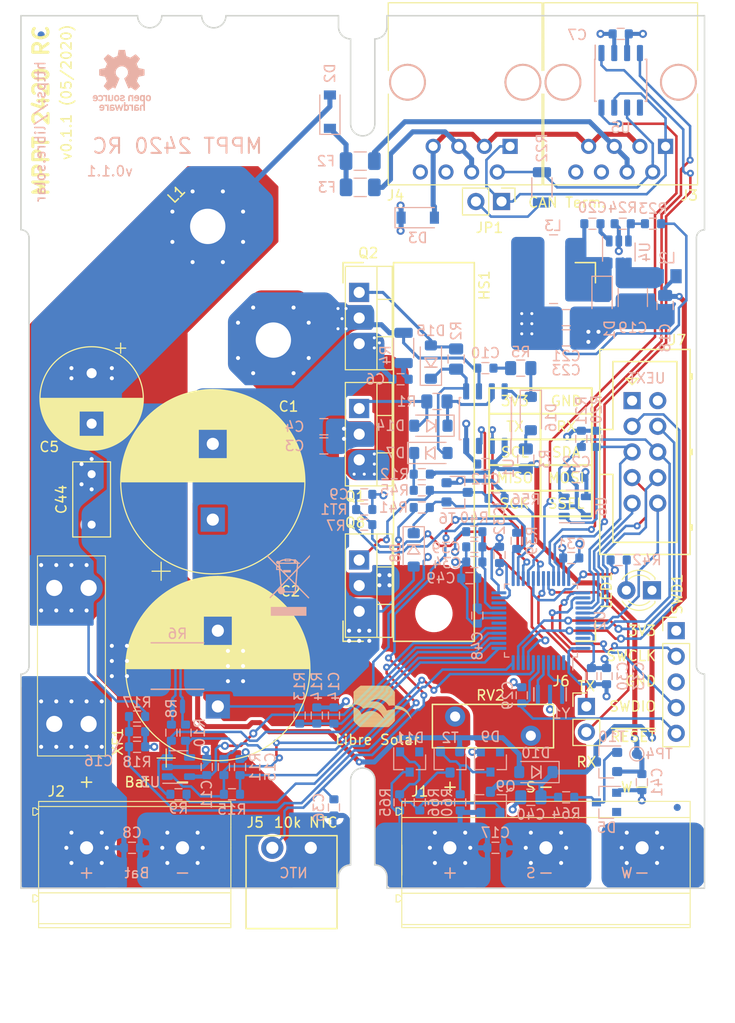
<source format=kicad_pcb>
(kicad_pcb (version 20221018) (generator pcbnew)
  (title_block (title "MPPT 2420 RC") (date "2020-05-30") (rev "0.1.1") (company "Libre Solar") (comment 1 "Design: Martin Jäger") (comment 2 "Website: http://libre.solar"))
  (layers (0 "F.Cu" signal "Top") (1 "In1.Cu" power "3V3") (2 "In2.Cu" power "GND") (31 "B.Cu" signal "Bottom") (34 "B.Paste" user) (35 "F.Paste" user) (36 "B.SilkS" user "B.Silkscreen") (37 "F.SilkS" user "F.Silkscreen") (38 "B.Mask" user) (39 "F.Mask" user) (44 "Edge.Cuts" user))
  (net 0 "")
  (net 1 "GND")
  (net 2 "+3V3")
  (net 3 "Net-(C19-Pad1)")
  (net 4 "/MCU/~{RESET}")
  (net 5 "/MCU/OSC_IN")
  (net 6 "/MCU/OSC_OUT")
  (net 7 "Net-(LED1-Pad2)")
  (net 8 "Net-(C6-Pad1)")
  (net 9 "Net-(U2-Pad3)")
  (net 10 "Net-(D14-Pad2)")
  (net 11 "Net-(D15-Pad2)")
  (net 12 "Net-(D16-Pad2)")
  (net 13 "/MCU/LED_PWR")
  (net 14 "/DC/DC/SW_NODE")
  (net 15 "Net-(C20-Pad2)")
  (net 16 "Net-(C20-Pad1)")
  (net 17 "+12V")
  (net 18 "/DC/DC/HS_DRV")
  (net 19 "/DC/DC/LS_DRV")
  (net 20 "Net-(R23-Pad2)")
  (net 21 "VDDA")
  (net 22 "/DC/DC/PWM_LS")
  (net 23 "/DC/DC/PWM_HS")
  (net 24 "Net-(D5-Pad1)")
  (net 25 "Net-(Q8-Pad1)")
  (net 26 "/MCU/I2C1_SDA")
  (net 27 "/MCU/DAC1")
  (net 28 "/MCU/I2C1_SCL")
  (net 29 "/MCU/ADC1_IN15")
  (net 30 "/MCU/ADC1_IN12")
  (net 31 "/BAT+")
  (net 32 "/MCU/TEMP_BAT")
  (net 33 "Net-(D7-Pad1)")
  (net 34 "/MCU/ADC1_IN11")
  (net 35 "Net-(D9-Pad1)")
  (net 36 "Net-(R66-Pad1)")
  (net 37 "Net-(D11-Pad2)")
  (net 38 "Net-(C10-Pad1)")
  (net 39 "Net-(D16-Pad1)")
  (net 40 "VBUS")
  (net 41 "VREF")
  (net 42 "/Power Supply/SMPS_SUPPLY")
  (net 43 "/MCU/SPI1_MISO")
  (net 44 "/MCU/SPI1_MOSI")
  (net 45 "/MCU/SPI1_SCK")
  (net 46 "/MCU/USART1_TX")
  (net 47 "/MCU/USART1_RX")
  (net 48 "Net-(J3-Pad6)")
  (net 49 "Net-(J4-Pad6)")
  (net 50 "Net-(U5-Pad5)")
  (net 51 "/MCU/SWDIO")
  (net 52 "/MCU/SWCLK")
  (net 53 "Net-(U2-Pad22)")
  (net 54 "/DCDC_HV+")
  (net 55 "/DCDC_HV-")
  (net 56 "Net-(JP1-Pad2)")
  (net 57 "Net-(J3-Pad8)")
  (net 58 "Net-(J4-Pad8)")
  (net 59 "/DC/DC/SHUNT_P")
  (net 60 "/DC/DC/SHUNT_N")
  (net 61 "Net-(D2-Pad1)")
  (net 62 "GNDPWR")
  (net 63 "Net-(U2-Pad46)")
  (net 64 "Net-(U2-Pad18)")
  (net 65 "Net-(U2-Pad4)")
  (net 66 "/MCU/ADC1_IN2")
  (net 67 "/MCU/ADC2_IN1")
  (net 68 "/CAN bus/CAN_H")
  (net 69 "/CAN bus/CAN_L")
  (net 70 "/MCU/USART2_TX")
  (net 71 "/MCU/USART2_RX")
  (net 72 "/MCU/SPI1_SSEL")
  (net 73 "Net-(U2-Pad2)")
  (net 74 "/MCU/OPAMP2_VINM")
  (net 75 "/MCU/OPAMP2_VOUT")
  (net 76 "/MCU/OPAMP2_VINP")
  (net 77 "/CAN bus/CAN_STB")
  (net 78 "/CAN bus/CAN_RX")
  (net 79 "/CAN bus/CAN_TX")
  (net 80 "/CAN bus/CAN_GND")
  (net 81 "/CAN bus/CAN_V+1")
  (net 82 "/CAN bus/CAN_V+2")
  (footprint "Capacitor_THT:CP_Radial_D10.0mm_P5.00mm" (layer "F.Cu") (at 107 89 -90)
    (fp_text reference "C5")
    (fp_text value "820µF")
  )
  (footprint "Connector_PinHeader_2.54mm:PinHeader_1x05_P2.54mm_Vertical" (layer "F.Cu") (at 164.9 114.5)
    (fp_text reference "SWD1")
    (fp_text value "ST_Nucleo_SWD")
  )
  (footprint "LibreSolar:L-FERYSTER-DTMSS-27" (layer "F.Cu") (at 116.5 71 120)
    (fp_text reference "L1")
    (fp_text value "33µH" hide)
  )
  (footprint "Package_TO_SOT_THT:TO-220-3_Vertical" (layer "F.Cu") (at 133.5 92.5 -90)
    (fp_text reference "Q1")
    (fp_text value "IPP045N10N3G")
  )
  (footprint "Package_TO_SOT_THT:TO-220-3_Vertical" (layer "F.Cu") (at 133.5 107.5 -90)
    (fp_text reference "Q8")
    (fp_text value "IPP045N10N3G")
  )
  (footprint "LibreSolar:Box_Header_2x05x2.54mm_Straight" (layer "F.Cu") (at 160.53 91.72 -90)
    (fp_text reference "J7")
    (fp_text value "UEXT")
  )
  (footprint "Package_TO_SOT_THT:TO-220-3_Vertical" (layer "F.Cu") (at 133.5 81 -90)
    (fp_text reference "Q2")
    (fp_text value "IPP045N10N3G")
  )
  (footprint "LibreSolar:Fischer_Elektronik_SK573_37,5" (layer "F.Cu") (at 136.9 96.8 -90)
    (fp_text reference "HS1")
    (fp_text value "Heatsink")
  )
  (footprint "LibreSolar:Phoenix_Contact_MKDS_5-3-9,5" (layer "F.Cu") (at 142.48 136)
    (fp_text reference "J1")
    (fp_text value "MKDS 5/ 3-9,5")
  )
  (footprint "Capacitor_THT:C_Rect_L7.2mm_W3.5mm_P5.00mm_FKS2_FKP2_MKS2_MKP2" (layer "F.Cu") (at 107 104 90)
    (fp_text reference "C44")
    (fp_text value "0.22µF")
  )
  (footprint "LibreSolar:LIBRESOLAR_LOGO" (layer "F.Cu") (at 133 124)
    (fp_text reference "LOGO1" hide)
    (fp_text value "LIBRE_SOLAR" hide)
  )
  (footprint "LibreSolar:RJ45_8P8C" (layer "F.Cu") (at 144 64 180)
    (fp_text reference "J4")
    (fp_text value "8P8C")
  )
  (footprint "Connector_PinHeader_2.54mm:PinHeader_1x02_P2.54mm_Vertical" (layer "F.Cu") (at 147.6 72 -90)
    (fp_text reference "JP1")
    (fp_text value "Jumper_NC_Small")
  )
  (footprint "Capacitor_THT:CP_Radial_D18.0mm_P7.50mm" (layer "F.Cu") (at 119.5 122 90)
    (fp_text reference "C2")
    (fp_text value "560µF")
  )
  (footprint "LibreSolar:Phoenix_Contact_MKDS_5-2-9,5" (layer "F.Cu") (at 106.5 136)
    (fp_text reference "J2")
    (fp_text value "MKDS 5/ 2-9,5")
  )
  (footprint "LED_THT:LED_D3.0mm" (layer "F.Cu") (at 162.5 110.5 180)
    (fp_text reference "LED1")
    (fp_text value "red")
  )
  (footprint "LibreSolar:Phoenix_Contact_MC_1,5_2-G-3,81" (layer "F.Cu") (at 126.8 136)
    (fp_text reference "J5")
    (fp_text value "Phoenix Contact MC 1,5")
  )
  (footprint "LibreSolar:RJ45_8P8C" (layer "F.Cu") (at 159.4 64 180)
    (fp_text reference "J3")
    (fp_text value "8P8C")
  )
  (footprint "Capacitor_THT:CP_Radial_D18.0mm_P7.50mm" (layer "F.Cu") (at 119 103.5 90)
    (fp_text reference "C1")
    (fp_text value "560µF")
  )
  (footprint "Connector_PinHeader_2.54mm:PinHeader_1x02_P2.54mm_Vertical" (layer "F.Cu") (at 156 122)
    (fp_text reference "J6")
    (fp_text value "Conn_01x02")
  )
  (footprint "Varistor:RV_Disc_D12mm_W4.3mm_P7.5mm" (layer "F.Cu") (at 143 123)
    (fp_text reference "RV2")
    (fp_text value "82V")
  )
  (footprint "LibreSolar:Keystone-Fuse-3557-2" (layer "F.Cu") (at 105 117 -90)
    (fp_text reference "XF1")
    (fp_text value "ATO blade fuse")
  )
  (footprint "LibreSolar:NULL" (layer "F.Cu") (at 106 151.5)
    (fp_text reference "F1" hide)
    (fp_text value "25A" hide)
  )
  (footprint "LibreSolar:C_0603_1608" (layer "B.Cu") (at 158 119 90)
    (fp_text reference "C33")
    (fp_text value "2.2µF")
  )
  (footprint "Symbol:OSHW-Logo_5.7x6mm_SilkScreen" (layer "B.Cu") (at 110 60 180)
    (fp_text reference "LOGO2" hide)
    (fp_text value "OPEN_HARDWARE" hide)
  )
  (footprint "LibreSolar:C_0603_1608" (layer "B.Cu") (at 149.6 120.9 90)
    (fp_text reference "C29")
    (fp_text value "100nF")
  )
  (footprint "LibreSolar:R_0805_2012" (layer "B.Cu") (at 141.2 91.8)
    (fp_text reference "R1")
    (fp_text value "3R3")
  )
  (footprint "LibreSolar:R_0805_2012" (layer "B.Cu") (at 149.5 88.5 180)
    (fp_text reference "R5")
    (fp_text value "3R3")
  )
  (footprint "LibreSolar:SOT-23-5" (layer "B.Cu") (at 154.9 102.2)
    (fp_text reference "U6")
    (fp_text value "24AA32")
  )
  (footprint "LibreSolar:C_0603_1608" (layer "B.Cu") (at 154.5 107.3 180)
    (fp_text reference "C31")
    (fp_text value "100nF")
  )
  (footprint "LibreSolar:SOIC-8_3.9x4.9mm_Pitch1.27mm" (layer "B.Cu") (at 146 93.5 90)
    (fp_text reference "U1")
    (fp_text value "LM5107")
  )
  (footprint "LibreSolar:C_0603_1608" (layer "B.Cu") (at 146 88.5 180)
    (fp_text reference "C10")
    (fp_text value "100nF")
  )
  (footprint "LibreSolar:C_0603_1608" (layer "B.Cu") (at 146 98 180)
    (fp_text reference "C12")
    (fp_text value "2.2µF")
  )
  (footprint "LibreSolar:D_SOD-123" (layer "B.Cu") (at 140.6 94.2 180)
    (fp_text reference "D14")
    (fp_text value "SS14FL")
  )
  (footprint "LibreSolar:D_SOD-123" (layer "B.Cu") (at 140.6 87.9 90)
    (fp_text reference "D15")
    (fp_text value "SS14FL")
  )
  (footprint "LibreSolar:D_SOD-123" (layer "B.Cu") (at 150.5 93 -90)
    (fp_text reference "D16")
    (fp_text value "1N4148")
  )
  (footprint "LibreSolar:C_0805_2012" (layer "B.Cu") (at 130 96.2 180)
    (fp_text reference "C3")
    (fp_text value "1µF")
  )
  (footprint "LibreSolar:C_0805_2012" (layer "B.Cu") (at 150.5 131 180)
    (fp_text reference "C40")
    (fp_text value "1µF")
  )
  (footprint "LibreSolar:C_0603_1608" (layer "B.Cu") (at 161.5 129.5 -90)
    (fp_text reference "C41")
    (fp_text value "2.2µF")
  )
  (footprint "Diode_SMD:D_SOT-23_ANK" (layer "B.Cu") (at 158 131.5 180)
    (fp_text reference "D5")
    (fp_text value "12V")
  )
  (footprint "LibreSolar:R_0603_1608" (layer "B.Cu") (at 154 131 180)
    (fp_text reference "R64")
    (fp_text value "10k")
  )
  (footprint "LibreSolar:SOT-23" (layer "B.Cu") (at 158 127.5 180)
    (fp_text reference "T10")
    (fp_text value "MMBT3904")
  )
  (footprint "TestPoint:TestPoint_Pad_D1.0mm" (layer "B.Cu") (at 161 126.7)
    (fp_text reference "TP4")
    (fp_text value "12V")
  )
  (footprint "LibreSolar:C_0603_1608" (layer "B.Cu") (at 134 101)
    (fp_text reference "C9")
    (fp_text value "100nF")
  )
  (footprint "LibreSolar:R_0603_1608" (layer "B.Cu") (at 134 104)
    (fp_text reference "R7")
    (fp_text value "10k")
  )
  (footprint "LibreSolar:R_0603_1608" (layer "B.Cu") (at 134 102.5)
    (fp_text reference "RT1")
    (fp_text value "10k")
  )
  (footprint "LibreSolar:R_0603_1608" (layer "B.Cu") (at 144.9 104.7 180)
    (fp_text reference "R40")
    (fp_text value "100R")
  )
  (footprint "LibreSolar:Resonator_Murata_CSTNE" (layer "B.Cu") (at 152.4 120.8)
    (fp_text reference "Y1")
    (fp_text value "8MHz")
  )
  (footprint "LibreSolar:R_0603_1608" (layer "B.Cu") (at 111.5 123 180)
    (fp_text reference "R17")
    (fp_text value "100k")
  )
  (footprint "LibreSolar:C_0603_1608" (layer "B.Cu") (at 111.5 124.5)
    (fp_text reference "C16")
    (fp_text value "10nF")
  )
  (footprint "LibreSolar:R_0603_1608" (layer "B.Cu") (at 111.5 126)
    (fp_text reference "R18")
    (fp_text value "5.6k")
  )
  (footprint "LibreSolar:R_0603_1608" (layer "B.Cu") (at 139.7 102.3)
    (fp_text reference "R41")
    (fp_text value "10k")
  )
  (footprint "LibreSolar:C_0603_1608" (layer "B.Cu") (at 147 136)
    (fp_text reference "C17")
    (fp_text value "10nF")
  )
  (footprint "LibreSolar:R_0603_1608" (layer "B.Cu") (at 127.6 122.9 -90)
    (fp_text reference "R13")
    (fp_text value "100k")
  )
  (footprint "LibreSolar:R_0603_1608" (layer "B.Cu") (at 129.3 122.9 90)
    (fp_text reference "R14")
    (fp_text value "2.2k")
  )
  (footprint "LibreSolar:C_0603_1608" (layer "B.Cu") (at 131 122.9 90)
    (fp_text reference "C14")
    (fp_text value "10nF")
  )
  (footprint "LibreSolar:C_0603_1608" (layer "B.Cu") (at 155 99.3 180)
    (fp_text reference "C22")
    (fp_text value "100nF")
  )
  (footprint "LibreSolar:SOT-23" (layer "B.Cu") (at 143.2 100.8)
    (fp_text reference "T6")
    (fp_text value "MMBT3904")
  )
  (footprint "LibreSolar:D_SOD-123" (layer "B.Cu") (at 140.6 96.9)
    (fp_text reference "D7")
    (fp_text value "SS14FL")
  )
  (footprint "LibreSolar:D_SOD-123" (layer "B.Cu") (at 138.9 106.5 -90)
    (fp_text reference "D8")
    (fp_text value "2.5V")
  )
  (footprint "LibreSolar:R_0603_1608" (layer "B.Cu") (at 147.1 101.4)
    (fp_text reference "R56")
    (fp_text value "1M")
  )
  (footprint "Diode_SMD:D_SOT-23_ANK" (layer "B.Cu") (at 146.5 127.5 -90)
    (fp_text reference "D9")
    (fp_text value "12V")
  )
  (footprint "LibreSolar:R_0603_1608" (layer "B.Cu") (at 143.5 131.5 -90)
    (fp_text reference "R60")
    (fp_text value "33k")
  )
  (footprint "LibreSolar:R_0603_1608" (layer "B.Cu") (at 137.5 131.5 -90)
    (fp_text reference "R65")
    (fp_text value "10k")
  )
  (footprint "LibreSolar:R_0603_1608" (layer "B.Cu") (at 157 95.5 90)
    (fp_text reference "R20")
    (fp_text value "2.2k")
  )
  (footprint "LibreSolar:R_0603_1608" (layer "B.Cu") (at 155.5 95.5 90)
    (fp_text reference "R21")
    (fp_text value "2.2k")
  )
  (footprint "Diode_SMD:D_SOT-23_ANK" (layer "B.Cu") (at 138.5 127.5 -90)
    (fp_text reference "D11")
    (fp_text value "12V")
  )
  (footprint "LibreSolar:SOT-23" (layer "B.Cu") (at 146.5 131.5 90)
    (fp_text reference "Q9")
    (fp_text value "DMP10H4D2S")
  )
  (footprint "LibreSolar:D_SOD-123" (layer "B.Cu") (at 151 128.5 180)
    (fp_text reference "D10")
    (fp_text value "1N4148")
  )
  (footprint "LibreSolar:R_0805_2012" (layer "B.Cu") (at 150 97.5 -90)
    (fp_text reference "R3")
    (fp_text value "3R3")
  )
  (footprint "LibreSolar:C_0805_2012" (layer "B.Cu") (at 130 94.3 180)
    (fp_text reference "C4")
    (fp_text value "100nF")
  )
  (footprint "LibreSolar:SOT-23" (layer "B.Cu") (at 142.5 127.5 -90)
    (fp_text reference "T2")
    (fp_text value "MMBT3904")
  )
  (footprint "LibreSolar:R_0603_1608" (layer "B.Cu") (at 139.5 131.5 -90)
    (fp_text reference "R66")
    (fp_text value "10k")
  )
  (footprint "LibreSolar:C_0603_1608" (layer "B.Cu") (at 137.6 89.6 180)
    (fp_text reference "C6")
    (fp_text value "1nF")
  )
  (footprint "LibreSolar:C_0603_1608" (layer "B.Cu") (at 111 136)
    (fp_text reference "C8")
    (fp_text value "10nF")
  )
  (footprint "LibreSolar:C_0603_1608" (layer "B.Cu") (at 131 132 -90)
    (fp_text reference "C36")
    (fp_text value "100nF")
  )
  (footprint "LibreSolar:R_0603_1608" (layer "B.Cu") (at 149.1 105.6 -90)
    (fp_text reference "R39")
    (fp_text value "10k")
  )
  (footprint "LibreSolar:C_0603_1608" (layer "B.Cu") (at 145.2 113 -90)
    (fp_text reference "C48")
    (fp_text value "100nF")
  )
  (footprint "LibreSolar:C_0603_1608" (layer "B.Cu") (at 144.4 109.3 180)
    (fp_text reference "C49")
    (fp_text value "2.2µF")
  )
  (footprint "LibreSolar:R_0603_1608" (layer "B.Cu") (at 159.6 74.2 180)
    (fp_text reference "R24")
    (fp_text value "10k")
  )
  (footprint "LibreSolar:R_0603_1608" (layer "B.Cu") (at 159.2 107.5 180)
    (fp_text reference "R42")
    (fp_text value "1k")
  )
  (footprint "LibreSolar:C_0805_2012" (layer "B.Cu") (at 163.8 82.3 -90)
    (fp_text reference "C18")
    (fp_text value "1µF")
  )
  (footprint "Diode_SMD:D_PowerDI-123" (layer "B.Cu") (at 157.552468 81.601354 -90)
    (fp_text reference "D1")
    (fp_text value "SS16FP")
  )
  (footprint "LibreSolar:C_0805_2012" (layer "B.Cu") (at 154 83.5)
    (fp_text reference "C21")
    (fp_text value "10µF")
  )
  (footprint "LibreSolar:C_0603_1608" (layer "B.Cu") (at 156.6 74.2 180)
    (fp_text reference "C20")
    (fp_text value "100nF")
  )
  (footprint "Inductor_SMD:L_0805_2012Metric" (layer "B.Cu") (at 164 79.4 180)
    (fp_text reference "L2")
    (fp_text value "4.7µH")
  )
  (footprint "LibreSolar:SOT-23-6" (layer "B.Cu") (at 159.215391 77.007353 -90)
    (fp_text reference "U4")
    (fp_text value "LMR16006X")
  )
  (footprint "LibreSolar:Bourns_SRN6045TA" (layer "B.Cu") (at 152.752468 78.701354 180)
    (fp_text reference "L3")
    (fp_text value "47µH")
  )
  (footprint "LibreSolar:R_0603_1608" (layer "B.Cu") (at 162.6 74.2 180)
    (fp_text reference "R23")
    (fp_text value "33k")
  )
  (footprint "LibreSolar:C_1210_3225" (layer "B.Cu") (at 160.6 81.5 -90)
    (fp_text reference "C19")
    (fp_text value "4.7µF")
  )
  (footprint "LibreSolar:C_0805_2012" (layer "B.Cu") (at 154 85.501354)
    (fp_text reference "C23")
    (fp_text value "10µF")
  )
  (footprint "LibreSolar:Fiducial_0.7mm" (layer "B.Cu") (at 165 132)
    (fp_text reference "FID2" hide)
    (fp_text value "Fiducial")
  )
  (footprint "LibreSolar:C_0603_1608" (layer "B.Cu") (at 159.4 55.4 180)
    (fp_text reference "C7")
    (fp_text value "100nF")
  )
  (footprint "LibreSolar:R_1206_3216" (layer "B.Cu") (at 151.6 70.6 90)
    (fp_text reference "R22")
    (fp_text value "120R")
  )
  (footprint "LibreSolar:SOIC-8_3.9x4.9mm_Pitch1.27mm" (layer "B.Cu") (at 159.4 60 -90)
    (fp_text reference "U5")
    (fp_text value "TCAN334")
  )
  (footprint "LibreSolar:C_0603_1608" (layer "B.Cu") (at 118.4 128 90)
    (fp_text reference "C11")
    (fp_text value "100nF")
  )
  (footprint "LibreSolar:R_0603_1608" (layer "B.Cu") (at 115.6 130.7 180)
    (fp_text reference "R9")
    (fp_text value "68k")
  )
  (footprint "LibreSolar:R_0603_1608" (layer "B.Cu") (at 116.3 124.6 -90)
    (fp_text reference "R10")
    (fp_text value "2.2k")
  )
  (footprint "LibreSolar:R_0603_1608" (layer "B.Cu") (at 120.1 128 -90)
    (fp_text reference "R11")
    (fp_text value "68k")
  )
  (footprint "LibreSolar:SOT-23-5" (layer "B.Cu") (at 115.6 128)
    (fp_text reference "U3")
    (fp_text value "TLV9001")
  )
  (footprint "Diode_SMD:D_SOD-123" (layer "B.Cu") (at 130.6 63.1 90)
    (fp_text reference "D2")
    (fp_text value "NRVTS260ESFT1G")
  )
  (footprint "Diode_SMD:D_SOD-123" (layer "B.Cu") (at 139.3 73.6)
    (fp_text reference "D3")
    (fp_text value "NRVTS260ESFT1G")
  )
  (footprint "Fuse:Fuse_1206_3216Metric" (layer "B.Cu") (at 133.6 68 180)
    (fp_text reference "F2")
    (fp_text value "600mA")
  )
  (footprint "Fuse:Fuse_1206_3216Metric" (layer "B.Cu") (at 133.6 70.6 180)
    (fp_text reference "F3")
    (fp_text value "600mA")
  )
  (footprint "NetTie:NetTie-2_SMD_Pad0.5mm" (layer "B.Cu") (at 116 122 -90)
    (fp_text reference "NT1" hide)
    (fp_text value "Net-Tie_2")
  )
  (footprint "Package_QFP:LQFP-48_7x7mm_P0.5mm" (layer "B.Cu") (at 151.5 113.5 90)
    (fp_text reference "U2")
    (fp_text value "STM32G431CBTx")
  )
  (footprint "LibreSolar:C_0603_1608" (layer "B.Cu") (at 147.4 107 -90)
    (fp_text reference "C32")
    (fp_text value "100nF")
  )
  (footprint "LibreSolar:Fiducial_0.7mm" (layer "B.Cu") (at 102 55.5)
    (fp_text reference "FID1" hide)
    (fp_text value "Fiducial")
  )
  (footprint "LibreSolar:R_0603_1608" (layer "B.Cu") (at 120.9 130.7)
    (fp_text reference "R15")
    (fp_text value "1k")
  )
  (footprint "LibreSolar:R_0603_1608" (layer "B.Cu") (at 139.7 99 180)
    (fp_text reference "R12")
    (fp_text value "0R")
  )
  (footprint "LibreSolar:R_0805_2012" (layer "B.Cu") (at 143.1 87.6 -90)
    (fp_text reference "R2")
    (fp_text value "3R3")
  )
  (footprint "Symbol:WEEE-Logo_4.2x6mm_SilkScreen" (layer "B.Cu") (at 126.5 110 180)
    (fp_text reference "REF**" hide)
    (fp_text value "WEEE-Logo_4.2x6mm_SilkScreen" hide)
  )
  (footprint "LibreSolar:C_0603_1608" (layer "B.Cu") (at 156.5 119 90)
    (fp_text reference "C30")
    (fp_text value "100nF")
  )
  (footprint "NetTie:NetTie-2_SMD_Pad0.5mm" (layer "B.Cu") (at 115 122 -90)
    (fp_text reference "NT2" hide)
    (fp_text value "Net-Tie_2")
  )
  (footprint "LibreSolar:C_0603_1608" (layer "B.Cu") (at 121.7 128 90)
    (fp_text reference "C15")
    (fp_text value "1nF")
  )
  (footprint "LibreSolar:C_0603_1608" (layer "B.Cu") (at 144.9 106.2 180)
    (fp_text reference "C39")
    (fp_text value "2.2µF")
  )
  (footprint "LibreSolar:C_0603_1608" (layer "B.Cu") (at 144.9 107.7 180)
    (fp_text reference "C34")
    (fp_text value "10nF")
  )
  (footprint "LibreSolar:R_0603_1608" (layer "B.Cu") (at 139.7 100.6)
    (fp_text reference "R45")
    (fp_text value "10k")
  )
  (footprint "LibreSolar:R_1206_3216" (layer "B.Cu") (at 137.9 86.5 90)
    (fp_text reference "R4")
    (fp_text value "2R2")
  )
  (footprint "LibreSolar:R_0603_1608" (layer "B.Cu") (at 114.9 124.6 -90)
    (fp_text reference "R8")
    (fp_text value "2.2k")
  )
  (footprint "LibreSolar:R_Bourns_CRE2512" (layer "B.Cu") (at 115.5 118)
    (fp_text reference "R6")
    (fp_text value "2m")
  )
  (gr_line (start 143 138.5) (end 142 138.5) (stroke (width 0.15)) (layer "B.SilkS"))
  (gr_line (start 116.5 138.5) (end 115.5 138.5) (stroke (width 0.15)) (layer "B.SilkS"))
  (gr_line (start 106.5 138) (end 106.5 139) (stroke (width 0.15)) (layer "B.SilkS"))
  (gr_line (start 107 138.5) (end 106 138.5) (stroke (width 0.15)) (layer "B.SilkS"))
  (gr_line (start 152.5 138.5) (end 151.5 138.5) (stroke (width 0.15)) (layer "B.SilkS"))
  (gr_line (start 142.5 138) (end 142.5 139) (stroke (width 0.15)) (layer "B.SilkS"))
  (gr_line (start 162 138.5) (end 161 138.5) (stroke (width 0.15)) (layer "B.SilkS"))
  (gr_line (start 109.1 126.6) (end 110.1 124.8) (stroke (width 0.15)) (layer "B.SilkS"))
  (gr_line (start 146.37 90.48) (end 146.37 103.18) (stroke (width 0.2)) (layer "F.SilkS"))
  (gr_line (start 156.545 103.18) (end 156.545 90.48) (stroke (width 0.2)) (layer "F.SilkS"))
  (gr_line (start 151.465 90.48) (end 151.465 103.18) (stroke (width 0.2)) (layer "F.SilkS"))
  (gr_line (start 146.385 95.56) (end 156.545 95.56) (stroke (width 0.2)) (layer "F.SilkS"))
  (gr_line (start 156.545 103.18) (end 146.385 103.18) (stroke (width 0.2)) (layer "F.SilkS"))
  (gr_line (start 146.385 98.1) (end 156.545 98.1) (stroke (width 0.2)) (layer "F.SilkS"))
  (gr_line (start 146.385 90.48) (end 156.545 90.48) (stroke (width 0.2)) (layer "F.SilkS"))
  (gr_line (start 146.385 93.02) (end 156.545 93.02) (stroke (width 0.2)) (layer "F.SilkS"))
  (gr_line (start 146.385 100.64) (end 156.545 100.64) (stroke (width 0.2)) (layer "F.SilkS"))
  (gr_line (start 152.5 130) (end 151.5 130) (stroke (width 0.15)) (layer "F.SilkS"))
  (gr_line (start 143 130) (end 142 130) (stroke (width 0.15)) (layer "F.SilkS"))
  (gr_line (start 116.5 129.5) (end 115.5 129.5) (stroke (width 0.15)) (layer "F.SilkS"))
  (gr_line (start 107 129.5) (end 106 129.5) (stroke (width 0.15)) (layer "F.SilkS"))
  (gr_line (start 106.5 129) (end 106.5 130) (stroke (width 0.15)) (layer "F.SilkS"))
  (gr_line (start 142.5 129.5) (end 142.5 130.5) (stroke (width 0.15)) (layer "F.SilkS"))
  (gr_line (start 162 130) (end 161 130) (stroke (width 0.15)) (layer "F.SilkS"))
  (gr_line (start 100 140) (end 100 118.8) (stroke (width 0.15)) (layer "Edge.Cuts"))
  (gr_line (start 136.25 140) (end 136.25 138.9) (stroke (width 0.15)) (layer "Edge.Cuts"))
  (gr_arc (start 131.45 138.9) (mid 131.801472 138.051472) (end 132.65 137.7) (stroke (width 0.15)) (layer "Edge.Cuts"))
  (gr_arc (start 132.65 129.3) (mid 133.85 128.1) (end 135.05 129.3) (stroke (width 0.15)) (layer "Edge.Cuts"))
  (gr_line (start 135.05 137.7) (end 135.05 129.3) (stroke (width 0.15)) (layer "Edge.Cuts"))
  (gr_arc (start 135.05 137.7) (mid 135.898528 138.051472) (end 136.25 138.9) (stroke (width 0.15)) (layer "Edge.Cuts"))
  (gr_line (start 136.25 140) (end 167.7 140) (stroke (width 0.15)) (layer "Edge.Cuts"))
  (gr_arc (start 100.8 118) (mid 100.565685 118.565685) (end 100 118.8) (stroke (width 0.15)) (layer "Edge.Cuts"))
  (gr_line (start 100 74.8) (end 100 53.6) (stroke (width 0.15)) (layer "Edge.Cuts"))
  (gr_arc (start 167.7 118.8) (mid 167.134315 118.565685) (end 166.9 118) (stroke (width 0.15)) (layer "Edge.Cuts"))
  (gr_line (start 166.9 118) (end 166.9 75.6) (stroke (width 0.15)) (layer "Edge.Cuts"))
  (gr_arc (start 166.9 75.6) (mid 167.134315 75.034315) (end 167.7 74.8) (stroke (width 0.15)) (layer "Edge.Cuts"))
  (gr_line (start 167.7 74.8) (end 167.7 53.6) (stroke (width 0.15)) (layer "Edge.Cuts"))
  (gr_arc (start 132.65 55.9) (mid 131.801472 55.548528) (end 131.45 54.7) (stroke (width 0.15)) (layer "Edge.Cuts"))
  (gr_line (start 132.65 55.9) (end 132.65 64.3) (stroke (width 0.15)) (layer "Edge.Cuts"))
  (gr_arc (start 135.05 64.3) (mid 133.85 65.5) (end 132.65 64.3) (stroke (width 0.15)) (layer "Edge.Cuts"))
  (gr_arc (start 136.25 54.7) (mid 135.898528 55.548528) (end 135.05 55.9) (stroke (width 0.15)) (layer "Edge.Cuts"))
  (gr_line (start 131.45 53.6) (end 131.45 54.7) (stroke (width 0.15)) (layer "Edge.Cuts"))
  (gr_line (start 136.25 53.6) (end 136.25 54.7) (stroke (width 0.15)) (layer "Edge.Cuts"))
  (gr_line (start 135.05 55.9) (end 135.05 64.3) (stroke (width 0.15)) (layer "Edge.Cuts"))
  (gr_line (start 136.25 53.6) (end 167.7 53.6) (stroke (width 0.15)) (layer "Edge.Cuts"))
  (gr_arc (start 100 74.8) (mid 100.565685 75.034315) (end 100.8 75.6) (stroke (width 0.15)) (layer "Edge.Cuts"))
  (gr_arc (start 120.3 53.6) (mid 119.1 54.8) (end 117.9 53.6) (stroke (width 0.15)) (layer "Edge.Cuts"))
  (gr_line (start 113.95 53.6) (end 117.9 53.6) (stroke (width 0.15)) (layer "Edge.Cuts"))
  (gr_line (start 120.3 53.6) (end 131.45 53.6) (stroke (width 0.15)) (layer "Edge.Cuts"))
  (gr_arc (start 113.95 53.6) (mid 112.75 54.8) (end 111.55 53.6) (stroke (width 0.15)) (layer "Edge.Cuts"))
  (gr_line (start 100 53.6) (end 111.55 53.6) (stroke (width 0.15)) (layer "Edge.Cuts"))
  (gr_line (start 132.65 137.7) (end 132.65 129.3) (stroke (width 0.15)) (layer "Edge.Cuts"))
  (gr_line (start 100.8 75.6) (end 100.8 118) (stroke (width 0.15)) (layer "Edge.Cuts"))
  (gr_line (start 100 140) (end 131.45 140) (stroke (width 0.15)) (layer "Edge.Cuts"))
  (gr_line (start 131.45 140) (end 131.45 138.9) (stroke (width 0.15)) (layer "Edge.Cuts"))
  (gr_line (start 167.7 140) (end 167.7 118.8) (stroke (width 0.15)) (layer "Edge.Cuts"))
  (gr_text "UEXT" (at 162 89.5) (layer "B.SilkS") (effects (font (size 1 1)) (justify mirror)))
  (gr_text "Bat" (at 111.5 138.5) (layer "B.SilkS") (effects (font (size 1 1)) (justify mirror)))
  (gr_text "S" (at 150.5 138.5) (layer "B.SilkS") (effects (font (size 1 1)) (justify mirror)))
  (gr_text "W" (at 160 138.5) (layer "B.SilkS") (effects (font (size 1 1)) (justify mirror)))
  (gr_text "https://libre.solar" (at 102.5 58 90) (layer "B.SilkS") (effects (font (size 1 1)) (justify left bottom mirror)))
  (gr_text "v0.1.1" (at 108.8 69) (layer "B.SilkS") (effects (font (size 1 1)) (justify mirror)))
  (gr_text "NTC" (at 127 138.5) (layer "B.SilkS") (effects (font (size 1 1)) (justify mirror)))
  (gr_text "MPPT 2420 RC" (at 115.5 66.5) (layer "B.SilkS") (effects (font (size 1.5 1.5) (thickness 0.2)) (justify mirror)))
  (gr_text "SWCLK" (at 163 117) (layer "F.SilkS") (effects (font (size 1 1)) (justify right)))
  (gr_text "3V3" (at 163 114.5) (layer "F.SilkS") (effects (font (size 1 1)) (justify right)))
  (gr_text "GND" (at 163 119.5) (layer "F.SilkS") (effects (font (size 1 1)) (justify right)))
  (gr_text "SWDIO" (at 163 122) (layer "F.SilkS") (effects (font (size 1 1)) (justify right)))
  (gr_text "~{RESET}" (at 163 125) (layer "F.SilkS") (effects (font (size 1 1)) (justify right)))
  (gr_text "MISO" (at 148.925 99.37) (layer "F.SilkS") (effects (font (size 1 1))))
  (gr_text "SCK" (at 148.88 101.91) (layer "F.SilkS") (effects (font (size 1 1))))
  (gr_text "SCL" (at 148.925 96.83) (layer "F.SilkS") (effects (font (size 1 1))))
  (gr_text "TX" (at 148.925 94.29) (layer "F.SilkS") (effects (font (size 1 1))))
  (gr_text "GND" (at 154.005 91.75) (layer "F.SilkS") (effects (font (size 1 1))))
  (gr_text "MOSI" (at 154.005 99.37) (layer "F.SilkS") (effects (font (size 1 1))))
  (gr_text "SDA" (at 154.005 96.83) (layer "F.SilkS") (effects (font (size 1 1))))
  (gr_text "RX" (at 154.005 94.29) (layer "F.SilkS") (effects (font (size 1 1))))
  (gr_text "3V3" (at 148.925 91.75) (layer "F.SilkS") (effects (font (size 1 1))))
  (gr_text "SSEL" (at 154.005 101.91) (layer "F.SilkS") (effects (font (size 1 1))))
  (gr_text "Bat" (at 111.5 129.5) (layer "F.SilkS") (effects (font (size 1 1))))
  (gr_text "S" (at 150.5 130) (layer "F.SilkS") (effects (font (size 1 1))))
  (gr_text "W" (at 160 130) (layer "F.SilkS") (effects (font (size 1 1))))
  (gr_text "MPPT 2420 RC" (at 102 63 90) (layer "F.SilkS") (effects (font (size 1.5 1.5) (thickness 0.3))))
  (gr_text "TX" (at 156 120) (layer "F.SilkS") (effects (font (size 1 1))))
  (gr_text "v0.1.1 (05/2020)\n" (at 104.5 68 90) (layer "F.SilkS") (effects (font (size 1 1)) (justify left)))
  (gr_text "CAN Term." (at 154.1 72.1) (layer "F.SilkS") (effects (font (size 1 1))))
  (gr_text "RX" (at 156 127.5) (layer "F.SilkS") (effects (font (size 1 1))))
  (gr_text "10k NTC" (at 128.2 133.5) (layer "F.SilkS") (effects (font (size 1 1))))
  (via (at 159.215391 76.907353) (size 0.8) (drill 0.4) (layers "F.Cu" "B.Cu") (net 1))
  (via (at 156.2 85.9) (size 0.8) (drill 0.4) (layers "F.Cu" "B.Cu") (net 1))
  (via (at 156.2 84.9) (size 0.8) (drill 0.4) (layers "F.Cu" "B.Cu") (net 1))
  (via (at 157.2 84.9) (size 0.8) (drill 0.4) (layers "F.Cu" "B.Cu") (net 1))
  (via (at 157.4 55.4) (size 0.8) (drill 0.4) (layers "F.Cu" "B.Cu") (net 1))
  (via (at 144.7 126.5) (size 0.8) (drill 0.4) (layers "F.Cu" "B.Cu") (net 1))
  (via (at 114.5 134.5) (size 0.8) (drill 0.4) (layers "F.Cu" "B.Cu") (net 1))
  (via (at 152.4 122.3) (size 0.8) (drill 0.4) (layers "F.Cu" "B.Cu") (net 1))
  (via (at 117.5 137.5) (size 0.8) (drill 0.4) (layers "F.Cu" "B.Cu") (net 1))
  (via (at 118.299987 126.3) (size 0.8) (drill 0.4) (layers "F.Cu" "B.Cu") (net 1))
  (via (at 137.6 74.9) (size 0.8) (drill 0.4) (layers "F.Cu" "B.Cu") (net 1))
  (via (at 109 116) (size 0.8) (drill 0.4) (layers "F.Cu" "B.Cu") (net 1))
  (via (at 161.5 131.299996) (size 0.8) (drill 0.4) (layers "F.Cu" "B.Cu") (net 1))
  (via (at 109 117.5) (size 0.8) (drill 0.4) (layers "F.Cu" "B.Cu") (net 1))
  (via (at 114.5 137.5) (size 0.8) (drill 0.4) (layers "F.Cu" "B.Cu") (net 1))
  (via (at 114 136) (size 0.8) (drill 0.4) (layers "F.Cu" "B.Cu") (net 1))
  (via (at 148.8 119.6) (size 0.8) (drill 0.4) (layers "F.Cu" "B.Cu") (net 1))
  (via (at 153.610988 106.31211) (size 0.8) (drill 0.4) (layers "F.Cu" "B.Cu") (net 1))
  (via (at 154.6 98.5) (size 0.7) (drill 0.3) (layers "F.Cu" "B.Cu") (net 1))
  (via (at 113.2 126) (size 0.8) (drill 0.4) (layers "F.Cu" "B.Cu") (net 1))
  (via (at 118 136) (size 0.8) (drill 0.4) (layers "F.Cu" "B.Cu") (net 1))
  (via (at 148.7 132.2) (size 0.8) (drill 0.4) (layers "F.Cu" "B.Cu") (net 1))
  (via (at 143 107.7) (size 0.8) (drill 0.4) (layers "F.Cu" "B.Cu") (net 1))
  (via (at 110.5 116) (size 0.8) (drill 0.4) (layers "F.Cu" "B.Cu") (net 1))
  (via (at 110.5 117.5) (size 0.8) (drill 0.4) (layers "F.Cu" "B.Cu") (net 1))
  (via (at 135.9 101.1) (size 0.8) (drill 0.4) (layers "F.Cu" "B.Cu") (net 1))
  (via (at 117.5 134.5) (size 0.8) (drill 0.4) (layers "F.Cu" "B.Cu") (net 1))
  (via (at 122.253988 126.53909) (size 0.8) (drill 0.4) (layers "F.Cu" "B.Cu") (net 1))
  (via (at 109 119) (size 0.8) (drill 0.4) (layers "F.Cu" "B.Cu") (net 1))
  (via (at 110.5 119) (size 0.8) (drill 0.4) (layers "F.Cu" "B.Cu") (net 1))
  (via (at 132.187892 121.486789) (size 0.8) (drill 0.4) (layers "F.Cu" "B.Cu") (net 1))
  (via (at 147.4 108.7) (size 0.8) (drill 0.4) (layers "F.Cu" "B.Cu") (net 1))
  (via (at 137.6 72.4) (size 0.8) (drill 0.4) (layers "F.Cu" "B.Cu") (net 1))
  (via (at 157.8 117.3) (size 0.8) (drill 0.4) (layers "F.Cu" "B.Cu") (net 1))
  (segment (start 159.215391 75.907353) (end 159.215391 76.907353) (width 0.4) (layer "B.Cu") (net 1))
  (segment (start 159.165391 75.857353) (end 159.215391 75.907353) (width 0.25) (layer "B.Cu") (net 1))
  (segment (start 159.8 81.5) (end 159.8 81.699988) (width 0.4) (layer "B.Cu") (net 1))
  (segment (start 159.8 81.699988) (end 159.299987 82.200001) (width 0.4) (layer "B.Cu") (net 1))
  (segment (start 159.299987 82.200001) (end 158.899988 82.6) (width 0.4) (layer "B.Cu") (net 1))
  (segment (start 162.1 83.007353) (end 161.892647 83.007353) (width 0.4) (layer "B.Cu") (net 1))
  (segment (start 157.552468 83.126354) (end 157.373646 83.126354) (width 0.4) (layer "B.Cu") (net 1))
  (segment (start 159.215391 75.907353) (end 159.215391 74.615391) (width 0.4) (layer "B.Cu") (net 1))
  (segment (start 159.215391 74.615391) (end 158.8 74.2) (width 0.4) (layer "B.Cu") (net 1))
  (segment (start 148.1 110.209298) (end 148.40001 110.509308) (width 0.25) (layer "B.Cu") (net 1))
  (segment (start 153.7 107.3) (end 153.7 106.401122) (width 0.25) (layer "B.Cu") (net 1))
  (segment (start 115 121.2) (end 115 121.5) (width 0.25) (layer "B.Cu") (net 1))
  (segment (start 158.765 57.3) (end 158.765 55.565) (width 0.4) (layer "B.Cu") (net 1))
  (segment (start 118 128) (end 118.4 127.6) (width 0.4) (layer "B.Cu") (net 1))
  (segment (start 153.75 109.3375) (end 153.75 107.35) (width 0.25) (layer "B.Cu") (net 1))
  (segment (start 114.5 128) (end 118 128) (width 0.4) (layer "B.Cu") (net 1))
  (segment (start 146.6 113.25) (end 147.3375 113.25) (width 0.25) (layer "B.Cu") (net 1))
  (segment (start 128.705 133.805) (end 127.7 132.8) (width 0.4) (layer "B.Cu") (net 1))
  (segment (start 153.75 107.35) (end 153.7 107.3) (width 0.25) (layer "B.Cu") (net 1))
  (segment (start 137.65 73.6) (end 137.65 72.45) (width 0.5) (layer "B.Cu") (net 1))
  (segment (start 148.075 111.25) (end 147.3375 111.25) (width 0.25) (layer "B.Cu") (net 1))
  (segment (start 156.5 118.2) (end 158 118.2) (width 0.4) (layer "B.Cu") (net 1))
  (segment (start 152.4 120.8) (end 152.4 122.3) (width 0.25) (layer "B.Cu") (net 1))
  (segment (start 112.3 124.5) (end 112.3 126) (width 0.4) (layer "B.Cu") (net 1))
  (segment (start 113.3 118) (end 115.1 118) (width 0.25) (layer "B.Cu") (net 1))
  (segment (start 156.72501 115.009308) (end 156.465702 114.75) (width 0.25) (layer "B.Cu") (net 1))
  (segment (start 148.140702 111.25) (end 148.075 111.25) (width 0.25) (layer "B.Cu") (net 1))
  (segment (start 121.7 127.2) (end 122.15 127.2) (width 0.4) (layer "B.Cu") (net 1))
  (segment (start 144.2 110.35) (end 143.6 109.75) (width 0.25) (layer "B.Cu") (net 1))
  (segment (start 149.4 131.1) (end 149.4 131.3) (width 0.4) (layer "B.Cu") (net 1))
  (segment (start 118.4 126.400013) (end 118.299987 126.3) (width 0.4) (layer "B.Cu") (net 1))
  (segment (start 156.4 114.75) (end 155.6625 114.75) (width 0.25) (layer "B.Cu") (net 1))
  (segment (start 144.1 107.7) (end 143 107.7) (width 0.25) (layer "B.Cu") (net 1))
  (segment (start 155.6625 115.75) (end 156.465702 115.75) (width 0.25) (layer "B.Cu") (net 1))
  (segment (start 115.3 118.2) (end 115.3 120.9) (width 0.25) (layer "B.Cu") (net 1))
  (segment (start 134.8 101) (end 135.8 101) (width 0.25) (layer "B.Cu") (net 1))
  (segment (start 115.1 118) (end 115.3 118.2) (width 0.25) (layer "B.Cu") (net 1))
  (segment (start 161.5 130.3) (end 159.25 130.3) (width 0.4) (layer "B.Cu") (net 1))
  (segment (start 153.7 106.401122) (end 153.610988 106.31211) (width 0.25) (layer "B.Cu") (net 1))
  (segment (start 149.3 120.1) (end 148.8 119.6) (width 0.25) (layer "B.Cu") (net 1))
  (segment (start 143.6 108.2) (end 144.1 107.7) (width 0.25) (layer "B.Cu") (net 1))
  (segment (start 154.2 98.85) (end 154.55 98.5) (width 0.4) (layer "B.Cu") (net 1))
  (segment (start 149.6 120.1) (end 149.3 120.1) (width 0.25) (layer "B.Cu") (net 1))
  (segment (start 154.55 98.5) (end 154.6 98.5) (width 0.4) (layer "B.Cu") (net 1))
  (segment (start 155.05 100.15) (end 154.2 99.3) (width 0.4) (layer "B.Cu") (net 1))
  (segment (start 156.5 118.2) (end 156.5 117.8) (width 0.25) (layer "B.Cu") (net 1))
  (segment (start 154.2 99.3) (end 154.2 98.85) (width 0.4) (layer "B.Cu") (net 1))
  (segment (start 144.1 107.7) (end 144.1 106.2) (width 0.25) (layer "B.Cu") (net 1))
  (segment (start 144.75 113.8) (end 144.2 113.25) (width 0.25) (layer "B.Cu") (net 1))
  (segment (start 147.4 107.8) (end 147.4 108.7) (width 0.25) (layer "B.Cu") (net 1))
  (segment (start 137.65 73.6) (end 137.65 74.85) (width 0.5) (layer "B.Cu") (net 1))
  (segment (start 156.5 117.8) (end 156.72501 117.57499) (width 0.25) (layer "B.Cu") (net 1))
  (segment (start 156 103.15) (end 155.05 102.2) (width 0.4) (layer "B.Cu") (net 1))
  (segment (start 156.465702 115.75) (end 156.72501 115.490692) (width 0.25) (layer "B.Cu") (net 1))
  (segment (start 148.7 132) (end 148.7 132.2) (width 0.4) (layer "B.Cu") (net 1))
  (segment (start 156.72501 116.009308) (end 156.465702 115.75) (width 0.25) (layer "B.Cu") (net 1))
  (segment (start 122.15 127.2) (end 122.253988 127.096012) (width 0.4) (layer "B.Cu") (net 1))
  (segment (start 156.72501 115.490692) (end 156.72501 115.009308) (width 0.25) (layer "B.Cu") (net 1))
  (segment (start 155.05 102.2) (end 155.05 100.15) (width 0.4) (layer "B.Cu") (net 1))
  (segment (start 148.1 108.05) (end 148.1 110.209298) (width 0.25) (layer "B.Cu") (net 1))
  (segment (start 158.6 55.4) (end 157.4 55.4) (width 0.4) (layer "B.Cu") (net 1))
  (segment (start 159.25 130.3) (end 159 130.55) (width 0.4) (layer "B.Cu") (net 1))
  (segment (start 155.05 102.2) (end 153.8 102.2) (width 0.4) (layer "B.Cu") (net 1))
  (segment (start 144.2 113.25) (end 144.2 110.35) (width 0.25) (layer "B.Cu") (net 1))
  (segment (start 137.65 74.85) (end 137.6 74.9) (width 0.5) (layer "B.Cu") (net 1))
  (segment (start 145.2 113.8) (end 145.75 113.25) (width 0.25) (layer "B.Cu") (net 1))
  (segment (start 134.8 101) (end 134.8 102.5) (width 0.25) (layer "B.Cu") (net 1))
  (segment (start 135.8 101) (end 135.9 101.1) (width 0.25) (layer "B.Cu") (net 1))
  (segment (start 156.465702 114.75) (end 156.4 114.75) (width 0.25) (layer "B.Cu") (net 1))
  (segment (start 112.3 126) (end 113.2 126) (width 0.4) (layer "B.Cu") (net 1))
  (segment (start 158.765 55.565) (end 158.6 55.4) (width 0.4) (layer "B.Cu") (net 1))
  (segment (start 158 117.5) (end 157.8 117.3) (width 0.4) (layer "B.Cu") (net 1))
  (segment (start 145.75 113.25) (end 147.3375 113.25) (width 0.25) (layer "B.Cu") (net 1))
  (segment (start 129.3 122.1) (end 131 122.1) (width 0.4) (layer "B.Cu") (net 1))
  (segment (start 149.4 131.3) (end 148.7 132) (width 0.4) (layer "B.Cu") (net 1))
  (segment (start 148.40001 110.990692) (end 148.140702 111.25) (width 0.25) (layer "B.Cu") (net 1))
  (segment (start 145.55 126.5) (end 144.7 126.5) (width 0.4) (layer "B.Cu") (net 1))
  (segment (start 149.5 131) (end 149.4 131.1) (width 0.4) (layer "B.Cu") (net 1))
  (segment (start 148.40001 110.509308) (end 148.40001 110.990692) (width 0.25) (layer "B.Cu") (net 1))
  (segment (start 161.5 130.3) (end 161.5 131.299996) (width 0.4) (layer "B.Cu") (net 1))
  (segment (start 131.574681 122.1) (end 132.187892 121.486789) (width 0.4) (layer "B.Cu") (net 1))
  (segment (start 158 118.2) (end 158 117.5) (width 0.4) (layer "B.Cu") (net 1))
  (segment (start 131 122.1) (end 131.574681 122.1) (width 0.4) (layer "B.Cu") (net 1))
  (segment (start 128.705 136) (end 128.705 133.805) (width 0.4) (layer "B.Cu") (net 1))
  (segment (start 156.72501 117.57499) (end 156.72501 116.009308) (width 0.25) (layer "B.Cu") (net 1))
  (segment (start 143.6 109.75) (end 143.6 109.3) (width 0.25) (layer "B.Cu") (net 1))
  (segment (start 118.4 127.2) (end 118.4 126.400013) (width 0.4) (layer "B.Cu") (net 1))
  (segment (start 147.4 107.8) (end 147.85 107.8) (width 0.25) (layer "B.Cu") (net 1))
  (segment (start 118.4 127.6) (end 118.4 127.2) (width 0.4) (layer "B.Cu") (net 1))
  (segment (start 137.65 72.45) (end 137.6 72.4) (width 0.5) (layer "B.Cu") (net 1))
  (segment (start 145.2 113.8) (end 144.75 113.8) (width 0.25) (layer "B.Cu") (net 1))
  (segment (start 147.85 107.8) (end 148.1 108.05) (width 0.25) (layer "B.Cu") (net 1))
  (segment (start 143.6 109.3) (end 143.6 108.2) (width 0.25) (layer "B.Cu") (net 1))
  (segment (start 122.253988 127.096012) (end 122.253988 126.53909) (width 0.4) (layer "B.Cu") (net 1))
  (segment (start 115.3 120.9) (end 115 121.2) (width 0.25) (layer "B.Cu") (net 1))
  (segment (start 120.2 125.9) (end 121.791863 125.9) (width 0.25) (layer "F.Cu") (net 2))
  (segment (start 121.791863 125.9) (end 123.016107 124.675756) (width 0.25) (layer "F.Cu") (net 2))
  (via (at 149.6 85.1) (size 0.7) (drill 0.3) (layers "F.Cu" "B.Cu") (net 2))
  (via (at 150.6 85.1) (size 0.7) (drill 0.3) (layers "F.Cu" "B.Cu") (net 2))
  (via (at 150.6 84.1) (size 0.7) (drill 0.3) (layers "F.Cu" "B.Cu") (net 2))
  (via (at 149.6 84.1) (size 0.7) (drill 0.3) (layers "F.Cu" "B.Cu") (net 2))
  (via (at 149.6 83.1) (size 0.7) (drill 0.3) (layers "F.Cu" "B.Cu") (net 2))
  (via (at 150.6 83.1) (size 0.7) (drill 0.3) (layers "F.Cu" "B.Cu") (net 2))
  (via (at 154.1 95.3) (size 0.8) (drill 0.4) (layers "F.Cu" "B.Cu") (net 2))
  (via (at 155.912546 98.788693) (size 0.8) (drill 0.4) (layers "F.Cu" "B.Cu") (net 2))
  (via (at 120.2 125.9) (size 0.8) (drill 0.4) (layers "F.Cu" "B.Cu") (net 2))
  (via (at 158 121.000002) (size 0.8) (drill 0.4) (layers "F.Cu" "B.Cu") (net 2))
  (via (at 143 106.7) (size 0.8) (drill 0.4) (layers "F.Cu" "B.Cu") (net 2))
  (via (at 147.4 105.3) (size 0.8) (drill 0.4) (layers "F.Cu" "B.Cu") (net 2))
  (via (at 161.6 55.4) (size 0.8) (drill 0.4) (layers "F.Cu" "B.Cu") (net 2))
  (via (at 123.016107 124.675756) (size 0.8) (drill 0.4) (layers "F.Cu" "B.Cu") (net 2))
  (via (at 155.300008 105.9) (size 0.8) (drill 0.4) (layers "F.Cu" "B.Cu") (net 2))
  (via (at 140.3 107.2) (size 0.8) (drill 0.4) (layers "F.Cu" "B.Cu") (net 2))
  (segment (start 154.25 118.65) (end 154.25 117.6625) (width 0.25) (layer "B.Cu") (net 2))
  (segment (start 139.900001 109.342476) (end 136.4 112.842477) (width 0.25) (layer "B.Cu") (net 2))
  (segment (start 140.3 107.2) (end 139.900001 107.599999) (width 0.25) (layer "B.Cu") (net 2))
  (segment (start 155.861307 98.788693) (end 155.912546 98.788693) (width 0.4) (layer "B.Cu") (net 2))
  (segment (start 124.866853 122.82501) (end 123.416106 124.275757) (width 0.25) (layer "B.Cu") (net 2))
  (segment (start 154.25 116.55) (end 154.25 117.6625) (width 0.25) (layer "B.Cu") (net 2))
  (segment (start 154.25 108.35) (end 155.3 107.3) (width 0.25) (layer "B.Cu") (net 2))
  (segment (start 153.152468 85.501354) (end 153.152468 86.252468) (width 0.25) (layer "B.Cu") (net 2))
  (segment (start 118.25 128.95) (end 118.4 128.8) (width 0.4) (layer "B.Cu") (net 2))
  (segment (start 131.97499 122.82501) (end 124.866853 122.82501) (width 0.25) (layer "B.Cu") (net 2))
  (segment (start 136.4 112.842477) (end 136.4 116.100998) (width 0.25) (layer "B.Cu") (net 2))
  (segment (start 119.634315 125.9) (end 120.2 125.9) (width 0.25) (layer "B.Cu") (net 2))
  (segment (start 147.3 110) (end 147.3 110.7125) (width 0.25) (layer "B.Cu") (net 2))
  (segment (start 147.3 110.7125) (end 147.3375 110.75) (width 0.25) (layer "B.Cu") (net 2))
  (segment (start 155.8 98.85) (end 155.861307 98.788693) (width 0.4) (layer "B.Cu") (net 2))
  (segment (start 165.168866 82.531134) (end 165.9 81.8) (width 0.25) (layer "B.Cu") (net 2))
  (segment (start 139.900001 107.599999) (end 139.900001 109.342476) (width 0.25) (layer "B.Cu") (net 2))
  (segment (start 154.55 116.25) (end 154.25 116.55) (width 0.25) (layer "B.Cu") (net 2))
  (segment (start 156.5 119.8) (end 158 119.8) (width 0.4) (layer "B.Cu") (net 2))
  (segment (start 160.035 55.565) (end 160.2 55.4) (width 0.4) (layer "B.Cu") (net 2))
  (segment (start 165.9 81.8) (end 165.9 75.4) (width 0.25) (layer "B.Cu") (net 2))
  (segment (start 123.416106 124.275757) (end 123.016107 124.675756) (width 0.25) (layer "B.Cu") (net 2))
  (segment (start 156 101.25) (end 156 99.5) (width 0.4) (layer "B.Cu") (net 2))
  (segment (start 159.030801 85.064173) (end 164.335827 85.064173) (width 0.25) (layer "B.Cu") (net 2))
  (segment (start 155.4 119.8) (end 154.25 118.65) (width 0.25) (layer "B.Cu") (net 2))
  (segment (start 164.335827 85.064173) (end 165.168866 84.231134) (width 0.25) (layer "B.Cu") (net 2))
  (segment (start 155.5 94.7) (end 154.7 94.7) (width 0.4) (layer "B.Cu") (net 2))
  (segment (start 143 105.4) (end 143 106.7) (width 0.25) (layer "B.Cu") (net 2))
  (segment (start 165.9 75.4) (end 164.7 74.2) (width 0.25) (layer "B.Cu") (net 2))
  (segment (start 134.9 119.9) (end 131.97499 122.82501) (width 0.25) (layer "B.Cu") (net 2))
  (segment (start 155.8 99.3) (end 155.8 98.85) (width 0.4) (layer "B.Cu") (net 2))
  (segment (start 118.4 128.8) (end 118.85 128.8) (width 0.25) (layer "B.Cu") (net 2))
  (segment (start 157 94.7) (end 155.5 94.7) (width 0.4) (layer "B.Cu") (net 2))
  (segment (start 156.5 119.8) (end 155.4 119.8) (width 0.25) (layer "B.Cu") (net 2))
  (segment (start 156 99.5) (end 155.8 99.3) (width 0.4) (layer "B.Cu") (net 2))
  (segment (start 153.994989 87.094989) (end 156.999985 87.094989) (width 0.25) (layer "B.Cu") (net 2))
  (segment (start 154.25 109.3375) (end 154.25 108.35) (width 0.25) (layer "B.Cu") (net 2))
  (segment (start 116.7 128.95) (end 118.25 128.95) (width 0.4) (layer "B.Cu") (net 2))
  (segment (start 119.300001 126.234314) (end 119.634315 125.9) (width 0.25) (layer "B.Cu") (net 2))
  (segment (start 147.4 106.2) (end 147.4 105.3) (width 0.25) (layer "B.Cu") (net 2))
  (segment (start 134.9 117.600998) (end 134.9 119.9) (width 0.25) (layer "B.Cu") (net 2))
  (segment (start 155.3 105.900008) (end 155.300008 105.9) (width 0.25) (layer "B.Cu") (net 2))
  (segment (start 119.300001 128.349999) (end 119.300001 126.234314) (width 0.25) (layer "B.Cu") (net 2))
  (segment (start 146.62499 109.32499) (end 147.3 110) (width 0.25) (layer "B.Cu") (net 2))
  (segment (start 146.62499 106.52501) (end 146.62499 109.32499) (width 0.25) (layer "B.Cu") (net 2))
  (segment (start 143.7 104.7) (end 143 105.4) (width 0.25) (layer "B.Cu") (net 2))
  (segment (start 158 119.8) (end 158 121.000002) (width 0.4) (layer "B.Cu") (net 2))
  (segment (start 155.6625 116.25) (end 154.55 116.25) (width 0.25) (layer "B.Cu") (net 2))
  (segment (start 164.7 74.2) (end 163.4 74.2) (width 0.25) (layer "B.Cu") (net 2))
  (segment (start 153.152468 86.252468) (end 153.994989 87.094989) (width 0.25) (layer "B.Cu") (net 2))
  (segment (start 160.2 55.4) (end 161.6 55.4) (width 0.4) (layer "B.Cu") (net 2))
  (segment (start 144.1 104.7) (end 143.7 104.7) (width 0.25) (layer "B.Cu") (net 2))
  (segment (start 160.035 57.3) (end 160.035 55.565) (width 0.4) (layer "B.Cu") (net 2))
  (segment (start 147.4 106.2) (end 146.95 106.2) (width 0.25) (layer "B.Cu") (net 2))
  (segment (start 156.999985 87.094989) (end 159.030801 85.064173) (width 0.25) (layer "B.Cu") (net 2))
  (segment (start 146.95 106.2) (end 146.62499 106.52501) (width 0.25) (layer "B.Cu") (net 2))
  (segment (start 136.4 116.100998) (end 134.9 117.600998) (width 0.25) (layer "B.Cu") (net 2))
  (segment (start 154.7 94.7) (end 154.1 95.3) (width 0.4) (layer "B.Cu") (net 2))
  (segment (start 155.3 107.3) (end 155.3 105.900008) (width 0.25) (layer "B.Cu") (net 2))
  (segment (start 165.168866 84.231134) (end 165.168866 82.531134) (width 0.25) (layer "B.Cu") (net 2))
  (segment (start 118.85 128.8) (end 119.300001 128.349999) (width 0.25) (layer "B.Cu") (net 2))
  (segment (start 160.165391 78.107353) (end 159.215391 78.107353) (width 0.3) (layer "B.Cu") (net 3))
  (segment (start 150.37501 121.37499) (end 150.37501 119.477103) (width 0.25) (layer "B.Cu") (net 4))
  (segment (start 163.44 123.2) (end 150.7 123.2) (width 0.25) (layer "B.Cu") (net 4))
  (segment (start 150.7 123.2) (end 149.6 122.1) (width 0.25) (layer "B.Cu") (net 4))
  (segment (start 149.6 122.1) (end 149.6 121.7) (width 0.25) (layer "B.Cu") (net 4))
  (segment (start 151.25 118.4) (end 151.25 117.6625) (width 0.25) (layer "B.Cu") (net 4))
  (segment (start 150.37501 119.477103) (end 151.25 118.602113) (width 0.25) (layer "B.Cu") (net 4))
  (segment (start 150.05 121.7) (end 150.37501 121.37499) (width 0.25) (layer "B.Cu") (net 4))
  (segment (start 164.9 124.66) (end 163.44 123.2) (width 0.25) (layer "B.Cu") (net 4))
  (segment (start 151.25 118.602113) (end 151.25 118.4) (width 0.25) (layer "B.Cu") (net 4))
  (segment (start 152.25 118.857851) (end 152.792149 119.4) (width 0.25) (layer "B.Cu") (net 5))
  (segment (start 153.3 119.4) (end 153.6 119.7) (width 0.25) (layer "B.Cu") (net 5))
  (segment (start 153.6 119.7) (end 153.6 120.8) (width 0.25) (layer "B.Cu") (net 5))
  (segment (start 152.25 117.6625) (end 152.25 118.857851) (width 0.25) (layer "B.Cu") (net 5))
  (segment (start 152.792149 119.4) (end 153.3 119.4) (width 0.25) (layer "B.Cu") (net 5))
  (segment (start 151.2 119.4) (end 151.2 120.8) (width 0.25) (layer "B.Cu") (net 6))
  (segment (start 151.75 117.6625) (end 151.75 118.85) (width 0.25) (layer "B.Cu") (net 6))
  (segment (start 151.75 118.85) (end 151.2 119.4) (width 0.25) (layer "B.Cu") (net 6))
  (segment (start 159.96 107.54) (end 160 107.5) (width 0.25) (layer "B.Cu") (net 7))
  (segment (start 159.96 110.5) (end 159.96 107.54) (width 0.25) (layer "B.Cu") (net 7))
  (segment (start 137.9 89.1) (end 138.4 89.6) (width 0.5) (layer "B.Cu") (net 8))
  (segment (start 137.9 88) (end 137.9 89.1) (width 0.5) (layer "B.Cu") (net 8))
  (segment (start 139.45 94.2) (end 140.2 93.45) (width 0.3) (layer "B.Cu") (net 10))
  (segment (start 140.2 91.8) (end 134.2 91.8) (width 0.3) (layer "B.Cu") (net 10))
  (segment (start 140.2 93.45) (end 140.2 92.5) (width 0.3) (layer "B.Cu") (net 10))
  (segment (start 134.2 91.8) (end 133.5 92.5) (width 0.3) (layer "B.Cu") (net 10))
  (segment (start 140.2 92.5) (end 140.2 91.8) (width 0.3) (layer "B.Cu") (net 10))
  (segment (start 138.95 94.2) (end 139.45 94.2) (width 0.3) (layer "B.Cu") (net 10))
  (segment (start 140.6 86.25) (end 140.6 85.75) (width 0.3) (layer "B.Cu") (net 11))
  (segment (start 140.75 86.4) (end 140.6 86.25) (width 0.3) (layer "B.Cu") (net 11))
  (segment (start 140.6 85.75) (end 135.85 81) (width 0.3) (layer "B.Cu") (net 11))
  (segment (start 143.1 86.6) (end 142.9 86.4) (width 0.3) (layer "B.Cu") (net 11))
  (segment (start 142.9 86.4) (end 140.75 86.4) (width 0.3) (layer "B.Cu") (net 11))
  (segment (start 134.8 81) (end 133.5 81) (width 0.3) (layer "B.Cu") (net 11))
  (segment (start 135.85 81) (end 134.8 81) (width 0.3) (layer "B.Cu") (net 11))
  (segment (start 150 96.5) (end 150 95.15) (width 0.3) (layer "B.Cu") (net 12))
  (segment (start 150 95.15) (end 150.5 94.65) (width 0.3) (layer "B.Cu") (net 12))
  (segment (start 158.416996 108.917613) (end 155.699998 108.917613) (width 0.25) (layer "F.Cu") (net 13))
  (segment (start 158.82501 108.509599) (end 158.416996 108.917613) (width 0.25) (layer "F.Cu") (net 13))
  (via (at 158.82501 108.509599) (size 0.8) (drill 0.4) (layers "F.Cu" "B.Cu") (net 13))
  (via (at 155.699998 108.917613) (size 0.8) (drill 0.4) (layers "F.Cu" "B.Cu") (net 13))
  (segment (start 151.275998 111.475002) (end 152.824002 111.475002) (width 0.25) (layer "B.Cu") (net 13))
  (segment (start 154.490692 110.40001) (end 155.299999 109.590703) (width 0.25) (layer "B.Cu") (net 13))
  (segment (start 150.75 110.949004) (end 151.275998 111.475002) (width 0.25) (layer "B.Cu") (net 13))
  (segment (start 155.299999 109.590703) (end 155.299999 109.317612) (width 0.25) (layer "B.Cu") (net 13))
  (segment (start 150.75 109.3375) (end 150.75 110.949004) (width 0.25) (layer "B.Cu") (net 13))
  (segment (start 158.4 107.5) (end 158.4 107.95) (width 0.25) (layer "B.Cu") (net 13))
  (segment (start 155.299999 109.317612) (end 155.699998 108.917613) (width 0.25) (layer "B.Cu") (net 13))
  (segment (start 152.824002 111.475002) (end 153.898994 110.40001) (width 0.25) (layer "B.Cu") (net 13))
  (segment (start 153.898994 110.40001) (end 154.490692 110.40001) (width 0.25) (layer "B.Cu") (net 13))
  (segment (start 158.82501 108.37501) (end 158.82501 108.509599) (width 0.25) (layer "B.Cu") (net 13))
  (segment (start 158.4 107.95) (end 158.82501 108.37501) (width 0.25) (layer "B.Cu") (net 13))
  (via (at 135 98) (size 0.7) (drill 0.3) (layers "F.Cu" "B.Cu") (net 14))
  (via (at 121.5 84) (size 0.8) (drill 0.4) (layers "F.Cu" "B.Cu") (net 14))
  (via (at 123 82.5) (size 0.8) (drill 0.4) (layers "F.Cu" "B.Cu") (net 14))
  (via (at 133 99) (size 0.7) (drill 0.3) (layers "F.Cu" "B.Cu") (net 14))
  (via (at 128.5 87.5) (size 0.8) (drill 0.4) (layers "F.Cu" "B.Cu") (net 14))
  (via (at 131.4 82.6) (size 0.7) (drill 0.3) (layers "F.Cu" "B.Cu") (net 14))
  (via (at 121.5 87.5) (size 0.8) (drill 0.4) (layers "F.Cu" "B.Cu") (net 14))
  (via (at 135 97) (size 0.7) (drill 0.3) (layers "F.Cu" "B.Cu") (net 14))
  (via (at 131.8 83.6) (size 0.7) (drill 0.3) (layers "F.Cu" "B.Cu") (net 14))
  (via (at 132.2 82.6) (size 0.7) (drill 0.3) (layers "F.Cu" "B.Cu") (net 14))
  (via (at 127 82.5) (size 0.8) (drill 0.4) (layers "F.Cu" "B.Cu") (net 14))
  (via (at 134 99) (size 0.7) (drill 0.3) (layers "F.Cu" "B.Cu") (net 14))
  (via (at 128.5 84) (size 0.8) (drill 0.4) (layers "F.Cu" "B.Cu") (net 14))
  (via (at 127 89) (size 0.8) (drill 0.4) (layers "F.Cu" "B.Cu") (net 14))
  (via (at 131.4 84.6) (size 0.7) (drill 0.3) (layers "F.Cu" "B.Cu") (net 14))
  (via (at 135 99) (size 0.7) (drill 0.3) (layers "F.Cu" "B.Cu") (net 14))
  (via (at 123 89) (size 0.8) (drill 0.4) (layers "F.Cu" "B.Cu") (net 14))
  (via (at 132.2 84.6) (size 0.7) (drill 0.3) (layers "F.Cu" "B.Cu") (net 14))
  (segment (start 135.7 84.2) (end 136.5 85) (width 0.5) (layer "B.Cu") (net 14))
  (segment (start 144.8 88.5) (end 143.80001 87.50001) (width 0.3) (layer "B.Cu") (net 14))
  (segment (start 145.2 88.5) (end 144.8 88.5) (width 0.3) (layer "B.Cu") (net 14))
  (segment (start 145.365 88.665) (end 145.2 88.5) (width 0.3) (layer "B.Cu") (net 14))
  (segment (start 139.40001 87.50001) (end 137.9 86) (width 0.3) (layer "B.Cu") (net 14))
  (segment (start 145.365 90.8) (end 145.365 88.665) (width 0.3) (layer "B.Cu") (net 14))
  (segment (start 134.16 84.2) (end 135.7 84.2) (width 0.5) (layer "B.Cu") (net 14))
  (segment (start 136.5 85) (end 137.9 85) (width 0.5) (layer "B.Cu") (net 14))
  (segment (start 133.5 83.54) (end 134.16 84.2) (width 0.5) (layer "B.Cu") (net 14))
  (segment (start 143.80001 87.50001) (end 139.40001 87.50001) (width 0.3) (layer "B.Cu") (net 14))
  (segment (start 137.9 86) (end 137.9 85) (width 0.3) (layer "B.Cu") (net 14))
  (segment (start 155.2 78.303822) (end 154.802468 78.701354) (width 0.25) (layer "B.Cu") (net 15))
  (segment (start 155.8 77.703822) (end 154.802468 78.701354) (width 0.4) (layer "B.Cu") (net 15))
  (segment (start 155.8 74.2) (end 155.8 77.703822) (width 0.4) (layer "B.Cu") (net 15))
  (segment (start 158.2 75.841962) (end 158.265391 75.907353) (width 0.4) (layer "B.Cu") (net 16))
  (segment (start 158.265391 75.907353) (end 158.265391 75.665391) (width 0.25) (layer "B.Cu") (net 16))
  (segment (start 157.4 75.041962) (end 158.265391 75.907353) (width 0.4) (layer "B.Cu") (net 16))
  (segment (start 157.4 74.2) (end 157.4 75.041962) (width 0.4) (layer "B.Cu") (net 16))
  (segment (start 151.1 98.565685) (end 151.1 98) (width 0.5) (layer "F.Cu") (net 17))
  (segment (start 156.980803 109.767615) (end 155.291996 109.767615) (width 0.5) (layer "F.Cu") (net 17))
  (segment (start 151.1 105.575619) (end 151.1 98.565685) (width 0.5) (layer "F.Cu") (net 17))
  (segment (start 155.291996 109.767615) (end 151.1 105.575619) (width 0.5) (layer "F.Cu") (net 17))
  (segment (start 160.8 113.586812) (end 156.980803 109.767615) (width 0.5) (layer "F.Cu") (net 17))
  (segment (start 160.8 125.2) (end 160.8 113.586812) (width 0.5) (layer "F.Cu") (net 17))
  (via (at 160.8 125.2) (size 0.8) (drill 0.4) (layers "F.Cu" "B.Cu") (net 17))
  (via (at 151.1 98) (size 0.8) (drill 0.4) (layers "F.Cu" "B.Cu") (net 17))
  (segment (start 140.9 99) (end 140.5 99) (width 0.4) (layer "B.Cu") (net 17))
  (segment (start 161 126.7) (end 161 125.4) (width 0.5) (layer "B.Cu") (net 17))
  (segment (start 161 125.4) (end 160.8 125.2) (width 0.5) (layer "B.Cu") (net 17))
  (segment (start 150.5 98) (end 150 98.5) (width 0.5) (layer "B.Cu") (net 17))
  (segment (start 147.3 98.5) (end 146.8 98) (width 0.4) (layer "B.Cu") (net 17))
  (segment (start 146.8 98) (end 147.905 96.895) (width 0.4) (layer "B.Cu") (net 17))
  (segment (start 151.1 98) (end 150.5 98) (width 0.5) (layer "B.Cu") (net 17))
  (segment (start 141.04999 98.85001) (end 140.9 99) (width 0.4) (layer "B.Cu") (net 17))
  (segment (start 146.8 98.45) (end 146.39999 98.85001) (width 0.4) (layer "B.Cu") (net 17))
  (segment (start 161.25 128.45) (end 161.5 128.7) (width 0.4) (layer "B.Cu") (net 17))
  (segment (start 146.39999 98.85001) (end 141.04999 98.85001) (width 0.4) (layer "B.Cu") (net 17))
  (segment (start 161.5 128.7) (end 161.5 127.2) (width 0.5) (layer "B.Cu") (net 17))
  (segment (start 147.905 96.895) (end 147.905 96.2) (width 0.4) (layer "B.Cu") (net 17))
  (segment (start 159.05 128.45) (end 161.25 128.45) (width 0.4) (layer "B.Cu") (net 17))
  (segment (start 150 98.5) (end 147.3 98.5) (width 0.4) (layer "B.Cu") (net 17))
  (segment (start 146.8 98) (end 146.8 98.45) (width 0.4) (layer "B.Cu") (net 17))
  (segment (start 161.5 127.2) (end 161 126.7) (width 0.5) (layer "B.Cu") (net 17))
  (segment (start 143.54999 92.1) (end 143.24999 91.8) (width 0.3) (layer "B.Cu") (net 18))
  (segment (start 142.25 94.2) (end 142.25 91.85) (width 0.3) (layer "B.Cu") (net 18))
  (segment (start 142.25 91.85) (end 142.2 91.8) (width 0.3) (layer "B.Cu") (net 18))
  (segment (start 146.135 92.1) (end 143.54999 92.1) (width 0.3) (layer "B.Cu") (net 18))
  (segment (start 146.635 90.8) (end 146.635 91.6) (width 0.3) (layer "B.Cu") (net 18))
  (segment (start 143.24999 91.8) (end 142.2 91.8) (width 0.3) (layer "B.Cu") (net 18))
  (segment (start 146.635 91.6) (end 146.135 92.1) (width 0.3) (layer "B.Cu") (net 18))
  (segment (start 143.2 88.6) (end 143.1 88.6) (width 0.3) (layer "B.Cu") (net 19))
  (segment (start 143.795 90.5) (end 141.91924 90.5) (width 0.25) (layer "B.Cu") (net 19))
  (segment (start 141.75 96.9) (end 142.25 96.9) (width 0.25) (layer "B.Cu") (net 19))
  (segment (start 140.6 89.55) (end 140.75 89.55) (width 0.3) (layer "B.Cu") (net 19))
  (segment (start 144.095 90.8) (end 144.095 89.495) (width 0.3) (layer "B.Cu") (net 19))
  (segment (start 141.32499 96.47499) (end 141.75 96.9) (width 0.25) (layer "B.Cu") (net 19))
  (segment (start 141.91924 90.5) (end 141.32499 91.09425) (width 0.25) (layer "B.Cu") (net 19))
  (segment (start 140.75 89.55) (end 141.7 88.6) (width 0.3) (layer "B.Cu") (net 19))
  (segment (start 144.095 89.495) (end 143.2 88.6) (width 0.3) (layer "B.Cu") (net 19))
  (segment (start 142.4 88.6) (end 143.1 88.6) (width 0.3) (layer "B.Cu") (net 19))
  (segment (start 141.32499 91.09425) (end 141.32499 96.47499) (width 0.25) (layer "B.Cu") (net 19))
  (segment (start 141.7 88.6) (end 142.4 88.6) (width 0.3) (layer "B.Cu") (net 19))
  (segment (start 144.095 90.8) (end 143.795 90.5) (width 0.25) (layer "B.Cu") (net 19))
  (segment (start 160.165391 74.434609) (end 160.4 74.2) (width 0.25) (layer "B.Cu") (net 20))
  (segment (start 160.165391 75.907353) (end 160.165391 74.434609) (width 0.25) (layer "B.Cu") (net 20))
  (segment (start 161.8 74.2) (end 160.4 74.2) (width 0.25) (layer "B.Cu") (net 20))
  (segment (start 145.7 107.7) (end 145.7 106.2) (width 0.25) (layer "B.Cu") (net 21))
  (segment (start 145.97501 111.690712) (end 145.97501 108.42501) (width 0.25) (layer "B.Cu") (net 21))
  (segment (start 145.97501 108.42501) (end 145.7 108.15) (width 0.25) (layer "B.Cu") (net 21))
  (segment (start 145.7 104.7) (end 145.7 106.2) (width 0.25) (layer "B.Cu") (net 21))
  (segment (start 145.7 108.15) (end 145.7 107.7) (width 0.25) (layer "B.Cu") (net 21))
  (segment (start 146.534298 112.25) (end 145.97501 111.690712) (width 0.25) (layer "B.Cu") (net 21))
  (segment (start 147.3375 112.25) (end 146.534298 112.25) (width 0.25) (layer "B.Cu") (net 21))
  (segment (start 149.2 106.8) (end 149.2 104.3) (width 0.25) (layer "F.Cu") (net 22))
  (segment (start 145.949999 94.949999) (end 145.6 94.6) (width 0.25) (layer "F.Cu") (net 22))
  (segment (start 145.949999 101.049999) (end 145.949999 94.949999) (width 0.25) (layer "F.Cu") (net 22))
  (segment (start 149.2 104.3) (end 145.949999 101.049999) (width 0.25) (layer "F.Cu") (net 22))
  (segment (start 150.1 107.7) (end 149.2 106.8) (width 0.25) (layer "F.Cu") (net 22))
  (via (at 145.6 94.6) (size 0.7) (drill 0.3) (layers "F.Cu" "B.Cu") (net 22))
  (via (at 150.1 107.7) (size 0.7) (drill 0.3) (layers "F.Cu" "B.Cu") (net 22))
  (segment (start 145.6 95.965) (end 145.365 96.2) (width 0.25) (layer "B.Cu") (net 22))
  (segment (start 149.75 108.05) (end 150.1 107.7) (width 0.25) (layer "B.Cu") (net 22))
  (segment (start 149.75 109.3375) (end 149.75 108.05) (width 0.25) (layer "B.Cu") (net 22))
  (segment (start 145.6 94.6) (end 145.6 95.965) (width 0.25) (layer "B.Cu") (net 22))
  (segment (start 149.650011 103.950011) (end 149.650011 106.1) (width 0.25) (layer "F.Cu") (net 23))
  (segment (start 151.100012 107.550001) (end 151.450011 107.9) (width 0.25) (layer "F.Cu") (net 23))
  (segment (start 146.7 101) (end 149.650011 103.950011) (width 0.25) (layer "F.Cu") (net 23))
  (segment (start 146.7 94.6) (end 146.7 101) (width 0.25) (layer "F.Cu") (net 23))
  (segment (start 149.650011 106.1) (end 151.100012 107.550001) (width 0.25) (layer "F.Cu") (net 23))
  (via (at 151.450011 107.9) (size 0.7) (drill 0.3) (layers "F.Cu" "B.Cu") (net 23))
  (via (at 146.7 94.6) (size 0.7) (drill 0.3) (layers "F.Cu" "B.Cu") (net 23))
  (segment (start 151.25 108.100011) (end 151.450011 107.9) (width 0.25) (layer "B.Cu") (net 23))
  (segment (start 146.7 94.6) (end 146.7 96.135) (width 0.25) (layer "B.Cu") (net 23))
  (segment (start 151.25 109.3375) (end 151.25 108.100011) (width 0.25) (layer "B.Cu") (net 23))
  (segment (start 146.7 96.135) (end 146.635 96.2) (width 0.25) (layer "B.Cu") (net 23))
  (segment (start 157 131.5) (end 157.7 131.5) (width 0.25) (layer "B.Cu") (net 24))
  (segment (start 157.77501 131.42499) (end 157.77501 127.32499) (width 0.25) (layer "B.Cu") (net 24))
  (segment (start 157.77501 127.32499) (end 158.55 126.55) (width 0.25) (layer "B.Cu") (net 24))
  (segment (start 157.7 131.5) (end 157.77501 131.42499) (width 0.25) (layer "B.Cu") (net 24))
  (segment (start 154.8 131) (end 156.5 131) (width 0.25) (layer "B.Cu") (net 24))
  (segment (start 158.55 126.55) (end 159.05 126.55) (width 0.25) (layer "B.Cu") (net 24))
  (segment (start 156.5 131) (end 157 131.5) (width 0.25) (layer "B.Cu") (net 24))
  (segment (start 136.2 105.5) (end 135.6 105.5) (width 0.25) (layer "F.Cu") (net 25))
  (segment (start 133.6 107.5) (end 133.5 107.5) (width 0.25) (layer "F.Cu") (net 25))
  (segment (start 135.6 105.5) (end 133.6 107.5) (width 0.25) (layer "F.Cu") (net 25))
  (via (at 136.2 105.5) (size 0.7) (drill 0.3) (layers "F.Cu" "B.Cu") (net 25))
  (segment (start 136.3 104.7) (end 136.3 105.4) (width 0.25) (layer "B.Cu") (net 25))
  (segment (start 145.8 100.9) (end 146.3 101.4) (width 0.25) (layer "B.Cu") (net 25))
  (segment (start 144.25 100.8) (end 140.7 100.8) (width 0.25) (layer "B.Cu") (net 25))
  (segment (start 140.5 101.05) (end 140.02501 101.52499) (width 0.25) (layer "B.Cu") (net 25))
  (segment (start 138.4591 101.52499) (end 136.3 103.68409) (width 0.25) (layer "B.Cu") (net 25))
  (segment (start 140.02501 101.52499) (end 138.4591 101.52499) (width 0.25) (layer "B.Cu") (net 25))
  (segment (start 140.7 100.8) (end 140.5 100.6) (width 0.25) (layer "B.Cu") (net 25))
  (segment (start 136.3 103.68409) (end 136.3 104.7) (width 0.25) (layer "B.Cu") (net 25))
  (segment (start 145.7 100.8) (end 145.8 100.9) (width 0.25) (layer "B.Cu") (net 25))
  (segment (start 144.25 100.8) (end 145.7 100.8) (width 0.25) (layer "B.Cu") (net 25))
  (segment (start 136.3 105.4) (end 136.2 105.5) (width 0.25) (layer "B.Cu") (net 25))
  (segment (start 140.5 100.6) (end 140.5 101.05) (width 0.25) (layer "B.Cu") (net 25))
  (segment (start 155.6625 114.25) (end 158.179692 114.25) (width 0.25) (layer "B.Cu") (net 26))
  (segment (start 153.324998 100.774998) (end 153.475 100.925) (width 0.25) (layer "B.Cu") (net 26))
  (segment (start 161.789729 113.595274) (end 164.245001 111.140002) (width 0.25) (layer "B.Cu") (net 26))
  (segment (start 164.245001 111.140002) (end 164.245001 97.975001) (width 0.25) (layer "B.Cu") (net 26))
  (segment (start 155.5 96.3) (end 155.5 95.9) (width 0.25) (layer "B.Cu") (net 26))
  (segment (start 162.220001 95.950001) (end 163.07 96.8) (width 0.25) (layer "B.Cu") (net 26))
  (segment (start 163.919999 97.649999) (end 163.07 96.8) (width 0.25) (layer "B.Cu") (net 26))
  (segment (start 161.84499 95.57499) (end 162.220001 95.950001) (width 0.25) (layer "B.Cu") (net 26))
  (segment (start 158.179692 114.25) (end 158.834418 113.595274) (width 0.25) (layer "B.Cu") (net 26))
  (segment (start 153.475 100.925) (end 153.8 101.25) (width 0.25) (layer "B.Cu") (net 26))
  (segment (start 158.834418 113.595274) (end 161.789729 113.595274) (width 0.25) (layer "B.Cu") (net 26))
  (segment (start 164.245001 97.975001) (end 163.919999 97.649999) (width 0.25) (layer "B.Cu") (net 26))
  (segment (start 155.5 96.3) (end 153.324998 98.475002) (width 0.25) (layer "B.Cu") (net 26))
  (segment (start 155.82501 95.57499) (end 161.84499 95.57499) (width 0.25) (layer "B.Cu") (net 26))
  (segment (start 153.324998 98.475002) (end 153.324998 100.774998) (width 0.25) (layer "B.Cu") (net 26))
  (segment (start 155.5 95.9) (end 155.82501 95.57499) (width 0.25) (layer "B.Cu") (net 26))
  (segment (start 148.062511 118.349989) (end 141.749015 118.349989) (width 0.25) (layer "B.Cu") (net 27))
  (segment (start 141.749015 118.349989) (end 140.024001 120.075001) (width 0.25) (layer "B.Cu") (net 27))
  (segment (start 139.76141 120.075001) (end 133.929758 125.906653) (width 0.25) (layer "B.Cu") (net 27))
  (segment (start 116.4 131.15) (end 116.4 130.7) (width 0.25) (layer "B.Cu") (net 27))
  (segment (start 140.024001 120.075001) (end 139.76141 120.075001) (width 0.25) (layer "B.Cu") (net 27))
  (segment (start 133.929758 125.906653) (end 132.821523 125.906653) (width 0.25) (layer "B.Cu") (net 27))
  (segment (start 125.388579 131.47501) (end 116.72501 131.47501) (width 0.25) (layer "B.Cu") (net 27))
  (segment (start 129.078187 129.649989) (end 127.2136 129.649989) (width 0.25) (layer "B.Cu") (net 27))
  (segment (start 132.821523 125.906653) (end 129.078187 129.649989) (width 0.25) (layer "B.Cu") (net 27))
  (segment (start 116.72501 131.47501) (end 116.4 131.15) (width 0.25) (layer "B.Cu") (net 27))
  (segment (start 127.2136 129.649989) (end 125.388579 131.47501) (width 0.25) (layer "B.Cu") (net 27))
  (segment (start 148.75 117.6625) (end 148.062511 118.349989) (width 0.25) (layer "B.Cu") (net 27))
  (segment (start 156.324957 106.4499) (end 159.354999 103.419858) (width 0.25) (layer "B.Cu") (net 28))
  (segment (start 159.354999 103.419858) (end 159.354999 97.975001) (width 0.25) (layer "B.Cu") (net 28))
  (segment (start 155.6625 111.75) (end 156.465702 111.75) (width 0.25) (layer "B.Cu") (net 28))
  (segment (start 156.324957 108.5501) (end 156.324957 106.4499) (width 0.25) (layer "B.Cu") (net 28))
  (segment (start 157 96.3) (end 157 103.408482) (width 0.25) (layer "B.Cu") (net 28))
  (segment (start 159.354999 97.975001) (end 159.680001 97.649999) (width 0.25) (layer "B.Cu") (net 28))
  (segment (start 154.125 103.475) (end 153.8 103.15) (width 0.25) (layer "B.Cu") (net 28))
  (segment (start 156.72501 111.490692) (end 156.72501 108.950153) (width 0.25) (layer "B.Cu") (net 28))
  (segment (start 157 96.3) (end 160.03 96.3) (width 0.25) (layer "B.Cu") (net 28))
  (segment (start 159.680001 97.649999) (end 160.53 96.8) (width 0.25) (layer "B.Cu") (net 28))
  (segment (start 156.72501 108.950153) (end 156.324957 108.5501) (width 0.25) (layer "B.Cu") (net 28))
  (segment (start 157 103.408482) (end 156.608472 103.80001) (width 0.25) (layer "B.Cu") (net 28))
  (segment (start 156.465702 111.75) (end 156.72501 111.490692) (width 0.25) (layer "B.Cu") (net 28))
  (segment (start 160.03 96.3) (end 160.53 96.8) (width 0.25) (layer "B.Cu") (net 28))
  (segment (start 156.608472 103.80001) (end 154.45001 103.80001) (width 0.25) (layer "B.Cu") (net 28))
  (segment (start 154.45001 103.80001) (end 154.125 103.475) (width 0.25) (layer "B.Cu") (net 28))
  (segment (start 131.45 123.7) (end 131 123.7) (width 0.25) (layer "B.Cu") (net 29))
  (segment (start 129.3 123.7) (end 131 123.7) (width 0.25) (layer "B.Cu") (net 29))
  (segment (start 127.6 123.7) (end 129.3 123.7) (width 0.25) (layer "B.Cu") (net 29))
  (segment (start 146.261477 114.75) (end 144.836464 116.175013) (width 0.25) (layer "B.Cu") (net 29))
  (segment (start 147.3375 114.75) (end 146.261477 114.75) (width 0.25) (layer "B.Cu") (net 29))
  (segment (start 144.836464 116.175013) (end 139.116751 116.175013) (width 0.25) (layer "B.Cu") (net 29))
  (segment (start 139.116751 116.175013) (end 135.350011 119.941753) (width 0.25) (layer "B.Cu") (net 29))
  (segment (start 131.736411 123.7) (end 131.45 123.7) (width 0.25) (layer "B.Cu") (net 29))
  (segment (start 135.350011 119.941753) (end 135.350011 120.0864) (width 0.25) (layer "B.Cu") (net 29))
  (segment (start 135.350011 120.0864) (end 131.736411 123.7) (width 0.25) (layer "B.Cu") (net 29))
  (segment (start 136.218578 118.718578) (end 136.218578 118.118578) (width 0.25) (layer "F.Cu") (net 30))
  (segment (start 139.14551 121.64551) (end 136.218578 118.718578) (width 0.25) (layer "F.Cu") (net 30))
  (via (at 136.218578 118.118578) (size 0.7) (drill 0.3) (layers "F.Cu" "B.Cu") (net 30))
  (via (at 139.14551 121.64551) (size 0.7) (drill 0.3) (layers "F.Cu" "B.Cu") (net 30))
  (segment (start 138.795511 121.995509) (end 139.14551 121.64551) (width 0.25) (layer "B.Cu") (net 30))
  (segment (start 115.18409 132.3) (end 125.38409 132.3) (width 0.25) (layer "B.Cu") (net 30))
  (segment (start 125.38409 132.3) (end 126.109111 131.574979) (width 0.25) (layer "B.Cu") (net 30))
  (segment (start 146.023004 114.25) (end 144.548002 115.725002) (width 0.25) (layer "B.Cu") (net 30))
  (segment (start 136.480424 118.118578) (end 136.218578 118.118578) (width 0.25) (layer "B.Cu") (net 30))
  (segment (start 144.548002 115.725002) (end 138.874 115.725002) (width 0.25) (layer "B.Cu") (net 30))
  (segment (start 147.3375 114.25) (end 146.023004 114.25) (width 0.25) (layer "B.Cu") (net 30))
  (segment (start 110.7 126) (end 110.7 127.81591) (width 0.25) (layer "B.Cu") (net 30))
  (segment (start 110.7 123) (end 110.7 124.5) (width 0.25) (layer "B.Cu") (net 30))
  (segment (start 126.109111 131.574979) (end 127.789608 131.574979) (width 0.25) (layer "B.Cu") (net 30))
  (segment (start 110.7 127.81591) (end 115.18409 132.3) (width 0.25) (layer "B.Cu") (net 30))
  (segment (start 127.789608 131.574979) (end 133.007923 126.356664) (width 0.25) (layer "B.Cu") (net 30))
  (segment (start 138.874 115.725002) (end 136.480424 118.118578) (width 0.25) (layer "B.Cu") (net 30))
  (segment (start 133.007923 126.356664) (end 134.434356 126.356664) (width 0.25) (layer "B.Cu") (net 30))
  (segment (start 134.434356 126.356664) (end 138.795511 121.995509) (width 0.25) (layer "B.Cu") (net 30))
  (segment (start 110.7 124.5) (end 110.7 126) (width 0.25) (layer "B.Cu") (net 30))
  (via (at 108 121.5) (size 0.8) (drill 0.4) (layers "F.Cu" "B.Cu") (net 31))
  (via (at 108 137.5) (size 0.8) (drill 0.4) (layers "F.Cu" "B.Cu") (net 31))
  (via (at 105 137.5) (size 0.8) (drill 0.4) (layers "F.Cu" "B.Cu") (net 31))
  (via (at 105 134.5) (size 0.8) (drill 0.4) (layers "F.Cu" "B.Cu") (net 31))
  (via (at 104.5 136) (size 0.8) (drill 0.4) (layers "F.Cu" "B.Cu") (net 31))
  (via (at 103.5 121.5) (size 0.8) (drill 0.4) (layers "F.Cu" "B.Cu") (net 31))
  (via (at 102 126) (size 0.8) (drill 0.4) (layers "F.Cu" "B.Cu") (net 31))
  (via (at 105 126) (size 0.8) (drill 0.4) (layers "F.Cu" "B.Cu") (net 31))
  (via (at 106.5 126) (size 0.8) (drill 0.4) (layers "F.Cu" "B.Cu") (net 31))
  (via (at 108 134.5) (size 0.8) (drill 0.4) (layers "F.Cu" "B.Cu") (net 31))
  (via (at 105 121.5) (size 0.8) (drill 0.4) (layers "F.Cu" "B.Cu") (net 31))
  (via (at 108.5 136) (size 0.8) (drill 0.4) (layers "F.Cu" "B.Cu") (net 31))
  (via (at 108 126) (size 0.8) (drill 0.4) (layers "F.Cu" "B.Cu") (net 31))
  (via (at 103.5 126) (size 0.8) (drill 0.4) (layers "F.Cu" "B.Cu") (net 31))
  (via (at 102 121.5) (size 0.8) (drill 0.4) (layers "F.Cu" "B.Cu") (net 31))
  (via (at 106.5 121.5) (size 0.8) (drill 0.4) (layers "F.Cu" "B.Cu") (net 31))
  (segment (start 139.9 120.7) (end 138.7 119.5) (width 0.25) (layer "F.Cu") (net 32))
  (segment (start 142.1 105.3) (end 142.1 104.45877) (width 0.25) (layer "F.Cu") (net 32))
  (segment (start 142.1 104.45877) (end 143.029385 103.529385) (width 0.25) (layer "F.Cu") (net 32))
  (segment (start 139.9 120.9) (end 139.9 120.7) (width 0.25) (layer "F.Cu") (net 32))
  (segment (start 138.7 119.5) (end 136.4 117.2) (width 0.25) (layer "F.Cu") (net 32))
  (via (at 142.1 105.3) (size 0.7) (drill 0.3) (layers "F.Cu" "B.Cu") (net 32))
  (via (at 143.029385 103.529385) (size 0.8) (drill 0.4) (layers "F.Cu" "B.Cu") (net 32))
  (via (at 136.4 117.2) (size 0.7) (drill 0.3) (layers "F.Cu" "B.Cu") (net 32))
  (via (at 139.9 120.9) (size 0.7) (drill 0.3) (layers "F.Cu" "B.Cu") (net 32))
  (segment (start 134.781032 126.806675) (end 139.267195 122.320512) (width 0.25) (layer "B.Cu") (net 32))
  (segment (start 137 112.878887) (end 140.6 109.278887) (width 0.25) (layer "B.Cu") (net 32))
  (segment (start 142.02499 105.37501) (end 142.1 105.3) (width 0.25) (layer "B.Cu") (net 32))
  (segment (start 140.6 108.5) (end 142.02499 107.07501) (width 0.25) (layer "B.Cu") (net 32))
  (segment (start 136.4 117.2) (end 137 116.6) (width 0.25) (layer "B.Cu") (net 32))
  (segment (start 142.02499 107.07501) (end 142.02499 105.37501) (width 0.25) (layer "B.Cu") (net 32))
  (segment (start 124.895 136) (end 126.1 134.795) (width 0.25) (layer "B.Cu") (net 32))
  (segment (start 139.267195 122.320512) (end 139.469512 122.320512) (width 0.25) (layer "B.Cu") (net 32))
  (segment (start 139.9 121.890024) (end 139.9 121.394974) (width 0.25) (layer "B.Cu") (net 32))
  (segment (start 126.1 134.795) (end 126.1 132.8) (width 0.25) (layer "B.Cu") (net 32))
  (segment (start 139.469512 122.320512) (end 139.9 121.890024) (width 0.25) (layer "B.Cu") (net 32))
  (segment (start 148.75 106.75) (end 149.1 106.4) (width 0.25) (layer "B.Cu") (net 32))
  (segment (start 139.9 121.394974) (end 139.9 120.9) (width 0.25) (layer "B.Cu") (net 32))
  (segment (start 127.976008 132.02499) (end 129.900499 130.100499) (width 0.25) (layer "B.Cu") (net 32))
  (segment (start 140.6 109.278887) (end 140.6 108.5) (width 0.25) (layer "B.Cu") (net 32))
  (segment (start 149.87501 104.17501) (end 149.1 103.4) (width 0.25) (layer "B.Cu") (net 32))
  (segment (start 148.75 109.3375) (end 148.75 106.75) (width 0.25) (layer "B.Cu") (net 32))
  (segment (start 126.42501 132.02499) (end 127.976008 132.02499) (width 0.25) (layer "B.Cu") (net 32))
  (segment (start 149.1 103.4) (end 143.15877 103.4) (width 0.25) (layer "B.Cu") (net 32))
  (segment (start 140.6 109.278887) (end 140.6 109.2) (width 0.25) (layer "B.Cu") (net 32))
  (segment (start 129.900499 130.100499) (end 131 131.2) (width 0.25) (layer "B.Cu") (net 32))
  (segment (start 149.55 106.4) (end 149.87501 106.07499) (width 0.25) (layer "B.Cu") (net 32))
  (segment (start 137 116.6) (end 137 112.878887) (width 0.25) (layer "B.Cu") (net 32))
  (segment (start 143.15877 103.4) (end 143.029385 103.529385) (width 0.25) (layer "B.Cu") (net 32))
  (segment (start 149.1 106.4) (end 149.1 106.378163) (width 0.25) (layer "B.Cu") (net 32))
  (segment (start 126.1 132.35) (end 126.42501 132.02499) (width 0.25) (layer "B.Cu") (net 32))
  (segment (start 149.87501 106.07499) (end 149.87501 104.17501) (width 0.25) (layer "B.Cu") (net 32))
  (segment (start 149.1 106.4) (end 149.55 106.4) (width 0.25) (layer "B.Cu") (net 32))
  (segment (start 127.976008 132.02499) (end 133.194323 126.806675) (width 0.25) (layer "B.Cu") (net 32))
  (segment (start 126.1 132.8) (end 126.1 132.35) (width 0.25) (layer "B.Cu") (net 32))
  (segment (start 133.194323 126.806675) (end 134.781032 126.806675) (width 0.25) (layer "B.Cu") (net 32))
  (segment (start 138.9 100.6) (end 138.9 99) (width 0.25) (layer "B.Cu") (net 33))
  (segment (start 138.95 98.95) (end 138.9 99) (width 0.25) (layer "B.Cu") (net 33))
  (segment (start 138.95 96.9) (end 138.95 98.95) (width 0.25) (layer "B.Cu") (net 33))
  (segment (start 149.5909 107.12501) (end 150.68347 106.03244) (width 0.25) (layer "B.Cu") (net 34))
  (segment (start 149.375986 107.12501) (end 149.5909 107.12501) (width 0.25) (layer "B.Cu") (net 34))
  (segment (start 150.68347 106.03244) (end 150.68347 102.894404) (width 0.25) (layer "B.Cu") (net 34))
  (segment (start 142.15 101.75) (end 141.05 101.75) (width 0.25) (layer "B.Cu") (net 34))
  (segment (start 140.5 102.3) (end 140.5 102.4) (width 0.25) (layer "B.Cu") (net 34))
  (segment (start 143.07501 102.17501) (end 142.65 101.75) (width 0.25) (layer "B.Cu") (net 34))
  (segment (start 149.25 107.250996) (end 149.375986 107.12501) (width 0.25) (layer "B.Cu") (net 34))
  (segment (start 142.65 101.75) (end 142.15 101.75) (width 0.25) (layer "B.Cu") (net 34))
  (segment (start 140.5 102.4) (end 138.9 104) (width 0.25) (layer "B.Cu") (net 34))
  (segment (start 150.68347 102.894404) (end 149.964076 102.17501) (width 0.25) (layer "B.Cu") (net 34))
  (segment (start 141.05 101.75) (end 140.5 102.3) (width 0.25) (layer "B.Cu") (net 34))
  (segment (start 138.9 104) (end 138.9 104.85) (width 0.25) (layer "B.Cu") (net 34))
  (segment (start 149.25 109.3375) (end 149.25 107.250996) (width 0.25) (layer "B.Cu") (net 34))
  (segment (start 149.964076 102.17501) (end 143.07501 102.17501) (width 0.25) (layer "B.Cu") (net 34))
  (segment (start 141.55 126.5) (end 141.55 126.45) (width 0.25) (layer "B.Cu") (net 35))
  (segment (start 143.5 130.7) (end 143.5 127.85) (width 0.25) (layer "B.Cu") (net 35))
  (segment (start 142.5 127.45) (end 141.55 126.5) (width 0.25) (layer "B.Cu") (net 35))
  (segment (start 144.75 128.5) (end 146.5 128.5) (width 0.25) (layer "B.Cu") (net 35))
  (segment (start 143.5 127.85) (end 144.1 127.85) (width 0.25) (layer "B.Cu") (net 35))
  (segment (start 143.5 127.85) (end 143.1 127.45) (width 0.25) (layer "B.Cu") (net 35))
  (segment (start 144.1 127.85) (end 144.75 128.5) (width 0.25) (layer "B.Cu") (net 35))
  (segment (start 143.1 127.45) (end 142.5 127.45) (width 0.25) (layer "B.Cu") (net 35))
  (segment (start 142.05 128.55) (end 142.5 128.55) (width 0.25) (layer "B.Cu") (net 36))
  (segment (start 139.5 130.7) (end 139.5 130.3) (width 0.25) (layer "B.Cu") (net 36))
  (segment (start 141.25 128.55) (end 142.05 128.55) (width 0.25) (layer "B.Cu") (net 36))
  (segment (start 139.5 130.3) (end 141.25 128.55) (width 0.25) (layer "B.Cu") (net 36))
  (segment (start 139.5 132.3) (end 139.4 132.3) (width 0.25) (layer "B.Cu") (net 37))
  (segment (start 138.6 131.5) (end 137.8 131.5) (width 0.25) (layer "B.Cu") (net 37))
  (segment (start 139 127.5) (end 139.45 127.95) (width 0.25) (layer "B.Cu") (net 37))
  (segment (start 137.55 126.55) (end 138.5 127.5) (width 0.25) (layer "B.Cu") (net 37))
  (segment (start 138.5 129.7) (end 137.5 130.7) (width 0.25) (layer "B.Cu") (net 37))
  (segment (start 147.45 132.05) (end 146.97499 131.57499) (width 0.25) (layer "B.Cu") (net 37))
  (segment (start 146.97499 131.57499) (end 139.82501 131.57499) (width 0.25) (layer "B.Cu") (net 37))
  (segment (start 139.82501 131.57499) (end 139.5 131.9) (width 0.25) (layer "B.Cu") (net 37))
  (segment (start 137.5 131.2) (end 137.5 130.7) (width 0.25) (layer "B.Cu") (net 37))
  (segment (start 139 129.7) (end 138.5 129.7) (width 0.25) (layer "B.Cu") (net 37))
  (segment (start 139.4 132.3) (end 138.6 131.5) (width 0.25) (layer "B.Cu") (net 37))
  (segment (start 139.5 131.9) (end 139.5 132.3) (width 0.25) (layer "B.Cu") (net 37))
  (segment (start 139.45 129.25) (end 139 129.7) (width 0.25) (layer "B.Cu") (net 37))
  (segment (start 139.45 127.95) (end 139.45 129.25) (width 0.25) (layer "B.Cu") (net 37))
  (segment (start 147.45 132.55) (end 147.45 132.05) (width 0.25) (layer "B.Cu") (net 37))
  (segment (start 138.5 127.5) (end 139 127.5) (width 0.25) (layer "B.Cu") (net 37))
  (segment (start 137.8 131.5) (end 137.5 131.2) (width 0.25) (layer "B.Cu") (net 37))
  (segment (start 137.55 126.5) (end 137.55 126.55) (width 0.25) (layer "B.Cu") (net 37))
  (segment (start 148.5 88.5) (end 146.8 88.5) (width 0.3) (layer "B.Cu") (net 38))
  (segment (start 148.6 90.8) (end 147.905 90.8) (width 0.3) (layer "B.Cu") (net 39))
  (segment (start 150.5 91.35) (end 149.15 91.35) (width 0.3) (layer "B.Cu") (net 39))
  (segment (start 150.5 91.35) (end 150.5 88.5) (width 0.3) (layer "B.Cu") (net 39))
  (segment (start 149.15 91.35) (end 148.6 90.8) (width 0.3) (layer "B.Cu") (net 39))
  (segment (start 122.894318 123.606162) (end 123.689176 123.606162) (width 0.5) (layer "F.Cu") (net 40))
  (segment (start 118.289998 124) (end 122.50048 124) (width 0.5) (layer "F.Cu") (net 40))
  (segment (start 130.5 124.5) (end 133.150001 127.150001) (width 0.5) (layer "F.Cu") (net 40))
  (segment (start 111.5 106.5) (end 113.5 106.5) (width 0.5) (layer "F.Cu") (net 40))
  (segment (start 133.150001 127.150001) (end 133.5 127.5) (width 0.5) (layer "F.Cu") (net 40))
  (segment (start 123.689176 123.606162) (end 124.583014 124.5) (width 0.5) (layer "F.Cu") (net 40))
  (segment (start 122.50048 124) (end 122.894318 123.606162) (width 0.5) (layer "F.Cu") (net 40))
  (segment (start 117.5 123.210002) (end 118.289998 124) (width 0.5) (layer "F.Cu") (net 40))
  (segment (start 117.5 110.5) (end 117.5 123.210002) (width 0.5) (layer "F.Cu") (net 40))
  (segment (start 124.583014 124.5) (end 130.5 124.5) (width 0.5) (layer "F.Cu") (net 40))
  (segment (start 113.5 106.5) (end 117.5 110.5) (width 0.5) (layer "F.Cu") (net 40))
  (via (at 106.5 112.5) (size 0.8) (drill 0.4) (layers "F.Cu" "B.Cu") (net 40))
  (via (at 105 88.5) (size 0.8) (drill 0.4) (layers "F.Cu" "B.Cu") (net 40))
  (via (at 109 88.5) (size 0.8) (drill 0.4) (layers "F.Cu" "B.Cu") (net 40))
  (via (at 105 89.5) (size 0.8) (drill 0.4) (layers "F.Cu" "B.Cu") (net 40))
  (via (at 107 100.5) (size 0.8) (drill 0.4) (layers "F.Cu" "B.Cu") (net 40))
  (via (at 102 108) (size 0.8) (drill 0.4) (layers "F.Cu" "B.Cu") (net 40))
  (via (at 106.5 108) (size 0.8) (drill 0.4) (layers "F.Cu" "B.Cu") (net 40))
  (via (at 133.5 127.5) (size 0.7) (drill 0.3) (layers "F.Cu" "B.Cu") (net 40))
  (via (at 106 100) (size 0.8) (drill 0.4) (layers "F.Cu" "B.Cu") (net 40))
  (via (at 103.5 112.5) (size 0.8) (drill 0.4) (layers "F.Cu" "B.Cu") (net 40))
  (via (at 117 71) (size 0.8) (drill 0.4) (layers "F.Cu" "B.Cu") (net 40))
  (via (at 122 73) (size 0.8) (drill 0.4) (layers "F.Cu" "B.Cu") (net 40))
  (via (at 120 78) (size 0.8) (drill 0.4) (layers "F.Cu" "B.Cu") (net 40))
  (via (at 122 76) (size 0.8) (drill 0.4) (layers "F.Cu" "B.Cu") (net 40))
  (via (at 115 73) (size 0.8) (drill 0.4) (layers "F.Cu" "B.Cu") (net 40))
  (via (at 109 89.5) (size 0.8) (drill 0.4) (layers "F.Cu" "B.Cu") (net 40))
  (via (at 117 78) (size 0.8) (drill 0.4) (layers "F.Cu" "B.Cu") (net 40))
  (via (at 115 76) (size 0.8) (drill 0.4) (layers "F.Cu" "B.Cu") (net 40))
  (via (at 107 97.5) (size 0.8) (drill 0.4) (layers "F.Cu" "B.Cu") (net 40))
  (via (at 120 71) (size 0.8) (drill 0.4) (layers "F.Cu" "B.Cu") (net 40))
  (via (at 102 112.5) (size 0.8) (drill 0.4) (layers "F.Cu" "B.Cu") (net 40))
  (via (at 105 108) (size 0.8) (drill 0.4) (layers "F.Cu" "B.Cu") (net 40))
  (via (at 103.5 108) (size 0.8) (drill 0.4) (layers "F.Cu" "B.Cu") (net 40))
  (via (at 105 112.5) (size 0.8) (drill 0.4) (layers "F.Cu" "B.Cu") (net 40))
  (via (at 106 98) (size 0.8) (drill 0.4) (layers "F.Cu" "B.Cu") (net 40))
  (segment (start 111.25 121.5) (end 109.5 121.5) (width 0.25) (layer "B.Cu") (net 40))
  (segment (start 109.5 121.5) (end 106.7 118.7) (width 0.25) (layer "B.Cu") (net 40))
  (segment (start 149.35 127.9) (end 149.35 128.5) (width 0.5) (layer "B.Cu") (net 40))
  (segment (start 137.394984 125.09999) (end 134.994974 127.5) (width 0.5) (layer "B.Cu") (net 40))
  (segment (start 130.6 61.45) (end 130.6 62.6) (width 0.5) (layer "B.Cu") (net 40))
  (segment (start 112.3 123) (end 112.3 122.55) (width 0.25) (layer "B.Cu") (net 40))
  (segment (start 143.45 125.1) (end 147.709992 125.09999) (width 0.5) (layer "B.Cu") (net 40))
  (segment (start 118.735898 74.464102) (end 118.5 74.464102) (width 0.5) (layer "B.Cu") (net 40))
  (segment (start 130.6 62.6) (end 118.735898 74.464102) (width 0.5) (layer "B.Cu") (net 40))
  (segment (start 133.994974 127.5) (end 133.5 127.5) (width 0.5) (layer "B.Cu") (net 40))
  (segment (start 134.994974 127.5) (end 133.994974 127.5) (width 0.5) (layer "B.Cu") (net 40))
  (segment (start 149.35 126.739998) (end 149.35 127.9) (width 0.5) (layer "B.Cu") (net 40))
  (segment (start 112.3 122.55) (end 111.25 121.5) (width 0.25) (layer "B.Cu") (net 40))
  (segment (start 106.7 118.7) (end 106.7 110.265) (width 0.25) (layer "B.Cu") (net 40))
  (segment (start 143.45 125.1) (end 137.394984 125.09999) (width 0.5) (layer "B.Cu") (net 40))
  (segment (start 147.709992 125.09999) (end 149.35 126.739998) (width 0.5) (layer "B.Cu") (net 40))
  (segment (start 143.45 126.45) (end 143.45 125.1) (width 0.5) (layer "B.Cu") (net 40))
  (segment (start 144.97499 104.2091) (end 144.97499 108.67499) (width 0.25) (layer "B.Cu") (net 41))
  (segment (start 147.3375 112.75) (end 145.35 112.75) (width 0.25) (layer "B.Cu") (net 41))
  (segment (start 140.250987 106.150009) (end 138.385406 106.150009) (width 0.25) (layer "B.Cu") (net 41))
  (segment (start 143.6591 103.92499) (end 144.82499 103.92499) (width 0.25) (layer "B.Cu") (net 41))
  (segment (start 138.385406 106.150009) (end 137.810402 106.725013) (width 0.25) (layer "B.Cu") (net 41))
  (segment (start 149.1 104.4) (end 148.62499 103.92499) (width 0.25) (layer "B.Cu") (net 41))
  (segment (start 145.2 112.6) (end 145.2 112.2) (width 0.25) (layer "B.Cu") (net 41))
  (segment (start 142.959092 104.624998) (end 143.6591 103.92499) (width 0.25) (layer "B.Cu") (net 41))
  (segment (start 145.2 112.2) (end 145.2 109.3) (width 0.25) (layer "B.Cu") (net 41))
  (segment (start 144.97499 108.67499) (end 145.2 108.9) (width 0.25) (layer "B.Cu") (net 41))
  (segment (start 141.775998 104.624998) (end 140.250987 106.150009) (width 0.25) (layer "B.Cu") (net 41))
  (segment (start 135.475013 106.725013) (end 133.2 104.45) (width 0.25) (layer "B.Cu") (net 41))
  (segment (start 133.2 104.45) (end 133.2 104) (width 0.25) (layer "B.Cu") (net 41))
  (segment (start 145.2591 103.92499) (end 144.97499 104.2091) (width 0.25) (layer "B.Cu") (net 41))
  (segment (start 145.2 108.9) (end 145.2 109.3) (width 0.25) (layer "B.Cu") (net 41))
  (segment (start 149.1 104.8) (end 149.1 104.4) (width 0.25) (layer "B.Cu") (net 41))
  (segment (start 145.35 112.75) (end 145.2 112.6) (width 0.25) (layer "B.Cu") (net 41))
  (segment (start 141.775998 104.624998) (end 142.959092 104.624998) (width 0.25) (layer "B.Cu") (net 41))
  (segment (start 148.62499 103.92499) (end 145.2591 103.92499) (width 0.25) (layer "B.Cu") (net 41))
  (segment (start 137.810402 106.725013) (end 135.475013 106.725013) (width 0.25) (layer "B.Cu") (net 41))
  (segment (start 144.82499 103.92499) (end 145.042045 104.142045) (width 0.25) (layer "B.Cu") (net 41))
  (segment (start 165.2 81.399992) (end 165.7 81.899992) (width 0.5) (layer "F.Cu") (net 42))
  (segment (start 162.5 114.389998) (end 162.5 125.099999) (width 0.5) (layer "F.Cu") (net 42))
  (segment (start 165.7 81.899992) (end 165.7 111.189998) (width 0.5) (layer "F.Cu") (net 42))
  (segment (start 165.7 111.189998) (end 162.5 114.389998) (width 0.5) (layer "F.Cu") (net 42))
  (via (at 162.5 125.099999) (size 0.8) (drill 0.4) (layers "F.Cu" "B.Cu") (net 42))
  (via (at 165.2 81.399992) (size 0.7) (drill 0.3) (layers "F.Cu" "B.Cu") (net 42))
  (segment (start 151.5 129.55) (end 151.7 129.55) (width 0.5) (layer "B.Cu") (net 42))
  (segment (start 161.400001 124) (end 162.100001 124.7) (width 0.5) (layer "B.Cu") (net 42))
  (segment (start 165.2 81.399992) (end 163.899992 81.399992) (width 0.5) (layer "B.Cu") (net 42))
  (segment (start 151.5 131) (end 153.2 131) (width 0.25) (layer "B.Cu") (net 42))
  (segment (start 163.8 80.55) (end 163.8 80.75) (width 0.4) (layer "B.Cu") (net 42))
  (segment (start 156.95 125.85) (end 158.8 124) (width 0.5) (layer "B.Cu") (net 42))
  (segment (start 146.5 130.45) (end 147.4 129.55) (width 0.5) (layer "B.Cu") (net 42))
  (segment (start 151.7 129.55) (end 152.65 128.6) (width 0.5) (layer "B.Cu") (net 42))
  (segment (start 163.899992 81.399992) (end 163.8 81.3) (width 0.5) (layer "B.Cu") (net 42))
  (segment (start 152.65 128.5) (end 155.95 128.5) (width 0.5) (layer "B.Cu") (net 42))
  (segment (start 162.100001 124.7) (end 162.5 125.099999) (width 0.5) (layer "B.Cu") (net 42))
  (segment (start 164.95 79.4) (end 163.8 80.55) (width 0.4) (layer "B.Cu") (net 42))
  (segment (start 152.65 128.6) (end 152.65 128.5) (width 0.5) (layer "B.Cu") (net 42))
  (segment (start 151.5 131) (end 151.5 129.55) (width 0.5) (layer "B.Cu") (net 42))
  (segment (start 156.95 127.5) (end 156.95 125.85) (width 0.5) (layer "B.Cu") (net 42))
  (segment (start 147.4 129.55) (end 151.5 129.55) (width 0.5) (layer "B.Cu") (net 42))
  (segment (start 163.8 80.75) (end 163.8 81.3) (width 0.4) (layer "B.Cu") (net 42))
  (segment (start 155.95 128.5) (end 156.95 127.5) (width 0.5) (layer "B.Cu") (net 42))
  (segment (start 158.8 124) (end 161.400001 124) (width 0.5) (layer "B.Cu") (net 42))
  (segment (start 161.378025 103.775642) (end 161.028026 104.125641) (width 0.25) (layer "F.Cu") (net 43))
  (segment (start 161.894999 103.258668) (end 161.378025 103.775642) (width 0.25) (layer "F.Cu") (net 43))
  (segment (start 160.53 99.34) (end 161.894999 100.704999) (width 0.25) (layer "F.Cu") (net 43))
  (segment (start 161.894999 100.704999) (end 161.894999 103.258668) (width 0.25) (layer "F.Cu") (net 43))
  (via (at 161.028026 104.125641) (size 0.7) (drill 0.3) (layers "F.Cu" "B.Cu") (net 43))
  (segment (start 156.738524 112.75) (end 157.625032 111.863492) (width 0.25) (layer "B.Cu") (net 43))
  (segment (start 155.6625 112.75) (end 156.738524 112.75) (width 0.25) (layer "B.Cu") (net 43))
  (segment (start 157.625032 108.577353) (end 157.224979 108.1773) (width 0.25) (layer "B.Cu") (net 43))
  (segment (start 157.625032 111.863492) (end 157.625032 108.577353) (width 0.25) (layer "B.Cu") (net 43))
  (segment (start 157.224979 106.8227) (end 159.922038 104.125641) (width 0.25) (layer "B.Cu") (net 43))
  (segment (start 159.922038 104.125641) (end 160.533052 104.125641) (width 0.25) (layer "B.Cu") (net 43))
  (segment (start 157.224979 108.1773) (end 157.224979 106.8227) (width 0.25) (layer "B.Cu") (net 43))
  (segment (start 160.533052 104.125641) (end 161.028026 104.125641) (width 0.25) (layer "B.Cu") (net 43))
  (segment (start 155.6625 113.25) (end 156.874935 113.25) (width 0.25) (layer "B.Cu") (net 44))
  (segment (start 157.67499 107.0091) (end 159.78409 104.9) (width 0.25) (layer "B.Cu") (net 44))
  (segment (start 162.220001 100.189999) (end 163.07 99.34) (width 0.25) (layer "B.Cu") (net 44))
  (segment (start 157.67499 107.9909) (end 157.67499 107.0091) (width 0.25) (layer "B.Cu") (net 44))
  (segment (start 161.894999 100.515001) (end 162.220001 100.189999) (width 0.25) (layer "B.Cu") (net 44))
  (segment (start 158.075043 108.390953) (end 157.67499 107.9909) (width 0.25) (layer "B.Cu") (net 44))
  (segment (start 161.252671 104.9) (end 161.894999 104.257672) (width 0.25) (layer "B.Cu") (net 44))
  (segment (start 159.78409 104.9) (end 161.252671 104.9) (width 0.25) (layer "B.Cu") (net 44))
  (segment (start 161.894999 104.257672) (end 161.894999 100.515001) (width 0.25) (layer "B.Cu") (net 44))
  (segment (start 158.075043 112.049892) (end 158.075043 108.390953) (width 0.25) (layer "B.Cu") (net 44))
  (segment (start 156.874935 113.25) (end 158.075043 112.049892) (width 0.25) (layer "B.Cu") (net 44))
  (segment (start 160.53 101.88) (end 160.53 102.881268) (width 0.25) (layer "B.Cu") (net 45))
  (segment (start 157.175021 108.763753) (end 157.175021 111.677092) (width 0.25) (layer "B.Cu") (net 45))
  (segment (start 156.602113 112.25) (end 156.4 112.25) (width 0.25) (layer "B.Cu") (net 45))
  (segment (start 160.53 102.881268) (end 156.774968 106.6363) (width 0.25) (layer "B.Cu") (net 45))
  (segment (start 156.774968 106.6363) (end 156.774968 108.3637) (width 0.25) (layer "B.Cu") (net 45))
  (segment (start 157.175021 111.677092) (end 156.602113 112.25) (width 0.25) (layer "B.Cu") (net 45))
  (segment (start 156.4 112.25) (end 155.6625 112.25) (width 0.25) (layer "B.Cu") (net 45))
  (segment (start 156.774968 108.3637) (end 157.175021 108.763753) (width 0.25) (layer "B.Cu") (net 45))
  (segment (start 156 118.5) (end 156 122) (width 0.25) (layer "F.Cu") (net 46))
  (segment (start 151.250001 113.750001) (end 156 118.5) (width 0.25) (layer "F.Cu") (net 46))
  (segment (start 151.6 110.8) (end 151.250001 111.149999) (width 0.25) (layer "F.Cu") (net 46))
  (segment (start 151.250001 111.149999) (end 151.250001 113.750001) (width 0.25) (layer "F.Cu") (net 46))
  (via (at 151.6 110.8) (size 0.7) (drill 0.3) (layers "F.Cu" "B.Cu") (net 46))
  (segment (start 151.75 110.65) (end 151.6 110.8) (width 0.25) (layer "B.Cu") (net 46))
  (segment (start 151.75 109.3375) (end 151.75 110.65) (width 0.25) (layer "B.Cu") (net 46))
  (segment (start 152.6 110.7) (end 157.1 110.7) (width 0.25) (layer "F.Cu") (net 47))
  (segment (start 156.849999 123.690001) (end 156 124.54) (width 0.25) (layer "F.Cu") (net 47))
  (segment (start 160.153328 113.753328) (end 160.153328 120.386672) (width 0.25) (layer "F.Cu") (net 47))
  (segment (start 160.153328 120.386672) (end 156.849999 123.690001) (width 0.25) (layer "F.Cu") (net 47))
  (segment (start 157.1 110.7) (end 160.153328 113.753328) (width 0.25) (layer "F.Cu") (net 47))
  (via (at 152.6 110.7) (size 0.7) (drill 0.3) (layers "F.Cu" "B.Cu") (net 47))
  (segment (start 152.25 110.35) (end 152.6 110.7) (width 0.25) (layer "B.Cu") (net 47))
  (segment (start 152.25 109.3375) (end 152.25 110.35) (width 0.25) (layer "B.Cu") (net 47))
  (segment (start 154.57282 115.8) (end 157.205026 115.8) (width 0.25) (layer "F.Cu") (net 51))
  (segment (start 153.40002 114.6272) (end 154.57282 115.8) (width 0.25) (layer "F.Cu") (net 51))
  (segment (start 157.205026 115.8) (end 157.7 115.8) (width 0.25) (layer "F.Cu") (net 51))
  (segment (start 153.8 111.7) (end 153.40002 112.09998) (width 0.25) (layer "F.Cu") (net 51))
  (segment (start 153.40002 112.09998) (end 153.40002 114.6272) (width 0.25) (layer "F.Cu") (net 51))
  (via (at 157.7 115.8) (size 0.7) (drill 0.3) (layers "F.Cu" "B.Cu") (net 51))
  (via (at 153.8 111.7) (size 0.7) (drill 0.3) (layers "F.Cu" "B.Cu") (net 51))
  (segment (start 164.9 122.12) (end 159.454998 116.674998) (width 0.25) (layer "B.Cu") (net 51))
  (segment (start 154.48639 110.850021) (end 154.149999 111.186412) (width 0.25) (layer "B.Cu") (net 51))
  (segment (start 154.777113 110.75) (end 154.677092 110.850021) (width 0.25) (layer "B.Cu") (net 51))
  (segment (start 158.548002 116.674998) (end 158.448002 116.574998) (width 0.25) (layer "B.Cu") (net 51))
  (segment (start 155.6625 110.75) (end 154.777113 110.75) (width 0.25) (layer "B.Cu") (net 51))
  (segment (start 157.980024 116.574998) (end 157.7 116.294974) (width 0.25) (layer "B.Cu") (net 51))
  (segment (start 154.149999 111.350001) (end 153.8 111.7) (width 0.25) (layer "B.Cu") (net 51))
  (segment (start 157.7 116.294974) (end 157.7 115.8) (width 0.25) (layer "B.Cu") (net 51))
  (segment (start 154.677092 110.850021) (end 154.48639 110.850021) (width 0.25) (layer "B.Cu") (net 51))
  (segment (start 154.149999 111.186412) (end 154.149999 111.350001) (width 0.25) (layer "B.Cu") (net 51))
  (segment (start 158.448002 116.574998) (end 157.980024 116.574998) (width 0.25) (layer "B.Cu") (net 51))
  (segment (start 159.454998 116.674998) (end 158.548002 116.674998) (width 0.25) (layer "B.Cu") (net 51))
  (segment (start 158.232305 116.549987) (end 158.439531 116.342761) (width 0.25) (layer "F.Cu") (net 52))
  (segment (start 152.62499 114.48858) (end 154.686397 116.549987) (width 0.25) (layer "F.Cu") (net 52))
  (segment (start 158.439531 116.342761) (end 158.78953 115.992762) (width 0.25) (layer "F.Cu") (net 52))
  (segment (start 154.686397 116.549987) (end 158.232305 116.549987) (width 0.25) (layer "F.Cu") (net 52))
  (segment (start 152.62499 112.72499) (end 152.62499 114.48858) (width 0.25) (layer "F.Cu") (net 52))
  (via (at 152.62499 112.72499) (size 0.7) (drill 0.3) (layers "F.Cu" "B.Cu") (net 52))
  (via (at 158.78953 115.992762) (size 0.7) (drill 0.3) (layers "F.Cu" "B.Cu") (net 52))
  (segment (start 164.9 117.04) (end 164.050001 116.190001) (width 0.25) (layer "B.Cu") (net 52))
  (segment (start 154.834308 111.27499) (end 154.549999 111.559299) (width 0.25) (layer "B.Cu") (net 52))
  (segment (start 164.050001 116.190001) (end 158.986769 116.190001) (width 0.25) (layer "B.Cu") (net 52))
  (segment (start 154.116669 112.674998) (end 153.169956 112.674998) (width 0.25) (layer "B.Cu") (net 52))
  (segment (start 155.6625 111.25) (end 154.925 111.25) (width 0.25) (layer "B.Cu") (net 52))
  (segment (start 154.549999 112.241668) (end 154.116669 112.674998) (width 0.25) (layer "B.Cu") (net 52))
  (segment (start 154.925 111.25) (end 154.90001 111.27499) (width 0.25) (layer "B.Cu") (net 52))
  (segment (start 153.119964 112.72499) (end 152.62499 112.72499) (width 0.25) (layer "B.Cu") (net 52))
  (segment (start 154.90001 111.27499) (end 154.834308 111.27499) (width 0.25) (layer "B.Cu") (net 52))
  (segment (start 153.169956 112.674998) (end 153.119964 112.72499) (width 0.25) (layer "B.Cu") (net 52))
  (segment (start 154.549999 111.559299) (end 154.549999 112.241668) (width 0.25) (layer "B.Cu") (net 52))
  (segment (start 158.986769 116.190001) (end 158.78953 115.992762) (width 0.25) (layer "B.Cu") (net 52))
  (via (at 144 134.5) (size 0.8) (drill 0.4) (layers "F.Cu" "B.Cu") (net 54))
  (via (at 132 94.5) (size 0.8) (drill 0.4) (layers "F.Cu" "B.Cu") (net 54))
  (via (at 144.5 136) (size 0.8) (drill 0.4) (layers "F.Cu" "B.Cu") (net 54))
  (via (at 140.5 136) (size 0.8) (drill 0.4) (layers "F.Cu" "B.Cu") (net 54))
  (via (at 141 134.5) (size 0.8) (drill 0.4) (layers "F.Cu" "B.Cu") (net 54))
  (via (at 132 95.5) (size 0.8) (drill 0.4) (layers "F.Cu" "B.Cu") (net 54))
  (via (at 141 137.5) (size 0.8) (drill 0.4) (layers "F.Cu" "B.Cu") (net 54))
  (via (at 144 137.5) (size 0.8) (drill 0.4) (layers "F.Cu" "B.Cu") (net 54))
  (segment (start 140 136) (end 140.5 136) (width 0.25) (layer "B.Cu") (net 54))
  (segment (start 140.5 136) (end 142.48 136) (width 0.25) (layer "B.Cu") (net 54))
  (segment (start 136.72499 131.97499) (end 136.72499 129.62501) (width 0.25) (layer "B.Cu") (net 54))
  (segment (start 127.5 122) (end 119.5 122) (width 0.25) (layer "B.Cu") (net 54))
  (segment (start 137.5 132.3) (end 137.5 134.5) (width 0.25) (layer "B.Cu") (net 54))
  (segment (start 127.6 122.1) (end 127.5 122) (width 0.25) (layer "B.Cu") (net 54))
  (segment (start 143.7 132.5) (end 145.5 132.5) (width 0.5) (layer "B.Cu") (net 54))
  (segment (start 143.5 132.3) (end 143.7 132.5) (width 0.5) (layer "B.Cu") (net 54))
  (segment (start 145.5 132.5) (end 145.55 132.55) (width 0.5) (layer "B.Cu") (net 54))
  (segment (start 143.5 132.3) (end 143.5 134) (width 0.5) (layer "B.Cu") (net 54))
  (segment (start 137.05 132.3) (end 136.72499 131.97499) (width 0.25) (layer "B.Cu") (net 54))
  (segment (start 139 136) (end 140 136) (width 0.25) (layer "B.Cu") (net 54))
  (segment (start 137.5 134.5) (end 139 136) (width 0.25) (layer "B.Cu") (net 54))
  (segment (start 137.5 132.3) (end 137.05 132.3) (width 0.25) (layer "B.Cu") (net 54))
  (segment (start 143.5 134) (end 144 134.5) (width 0.5) (layer "B.Cu") (net 54))
  (segment (start 136.72499 129.62501) (end 137.85 128.5) (width 0.25) (layer "B.Cu") (net 54))
  (segment (start 137.85 128.5) (end 138.5 128.5) (width 0.25) (layer "B.Cu") (net 54))
  (segment (start 137.4 108.1) (end 136.5 109) (width 0.25) (layer "F.Cu") (net 55))
  (segment (start 137.4 105.5) (end 137.4 108.1) (width 0.25) (layer "F.Cu") (net 55))
  (via (at 136.5 109) (size 0.8) (drill 0.4) (layers "F.Cu" "B.Cu") (net 55))
  (via (at 136.5 110) (size 0.8) (drill 0.4) (layers "F.Cu" "B.Cu") (net 55))
  (via (at 150.5 137.5) (size 0.8) (drill 0.4) (layers "F.Cu" "B.Cu") (net 55))
  (via (at 153.5 134.5) (size 0.8) (drill 0.4) (layers "F.Cu" "B.Cu") (net 55))
  (via (at 135.5 110) (size 0.8) (drill 0.4) (layers "F.Cu" "B.Cu") (net 55))
  (via (at 137.4 105.5) (size 0.7) (drill 0.3) (layers "F.Cu" "B.Cu") (net 55))
  (via (at 150.5 134.5) (size 0.8) (drill 0.4) (layers "F.Cu" "B.Cu") (net 55))
  (via (at 150 136) (size 0.8) (drill 0.4) (layers "F.Cu" "B.Cu") (net 55))
  (via (at 135.5 109) (size 0.8) (drill 0.4) (layers "F.Cu" "B.Cu") (net 55))
  (via (at 153.5 137.5) (size 0.8) (drill 0.4) (layers "F.Cu" "B.Cu") (net 55))
  (via (at 154 136) (size 0.8) (drill 0.4) (layers "F.Cu" "B.Cu") (net 55))
  (segment (start 138.9 102.3) (end 138.9 102.75) (width 0.25) (layer "B.Cu") (net 55))
  (segment (start 137.4 104.25) (end 137.4 105.5) (width 0.25) (layer "B.Cu") (net 55))
  (segment (start 138.9 102.75) (end 137.4 104.25) (width 0.25) (layer "B.Cu") (net 55))
  (segment (start 150.2 73.5) (end 151.1 72.6) (width 0.25) (layer "B.Cu") (net 56))
  (segment (start 151.1 72.6) (end 151.6 72.1) (width 0.25) (layer "B.Cu") (net 56))
  (segment (start 145.06 72) (end 146.56 73.5) (width 0.25) (layer "B.Cu") (net 56))
  (segment (start 146.56 73.5) (end 150.2 73.5) (width 0.25) (layer "B.Cu") (net 56))
  (segment (start 115 123.7) (end 114.9 123.8) (width 0.25) (layer "B.Cu") (net 59))
  (segment (start 115 122.5) (end 115 123.7) (width 0.25) (layer "B.Cu") (net 59))
  (segment (start 116 122.5) (end 116 123.5) (width 0.25) (layer "B.Cu") (net 60))
  (segment (start 116 123.5) (end 116.3 123.8) (width 0.25) (layer "B.Cu") (net 60))
  (segment (start 132.2 66.35) (end 130.6 64.75) (width 0.5) (layer "B.Cu") (net 61))
  (segment (start 132.2 70.6) (end 132.2 68) (width 0.5) (layer "B.Cu") (net 61))
  (segment (start 132.2 68) (end 132.2 66.35) (width 0.5) (layer "B.Cu") (net 61))
  (via (at 122 119.5) (size 0.8) (drill 0.4) (layers "F.Cu" "B.Cu") (net 62))
  (via (at 163 134.5) (size 0.8) (drill 0.4) (layers "F.Cu" "B.Cu") (net 62))
  (via (at 163.5 136) (size 0.8) (drill 0.4) (layers "F.Cu" "B.Cu") (net 62))
  (via (at 132.5 114.5) (size 0.8) (drill 0.4) (layers "F.Cu" "B.Cu") (net 62))
  (via (at 163 137.5) (size 0.8) (drill 0.4) (layers "F.Cu" "B.Cu") (net 62))
  (via (at 134.5 114.5) (size 0.8) (drill 0.4) (layers "F.Cu" "B.Cu") (net 62))
  (via (at 120.5 118) (size 0.8) (drill 0.4) (layers "F.Cu" "B.Cu") (net 62))
  (via (at 122 118) (size 0.8) (drill 0.4) (layers "F.Cu" "B.Cu") (net 62))
  (via (at 133.5 114.5) (size 0.8) (drill 0.4) (layers "F.Cu" "B.Cu") (net 62))
  (via (at 135 85.5) (size 0.7) (drill 0.3) (layers "F.Cu" "B.Cu") (net 62))
  (via (at 122 116.5) (size 0.8) (drill 0.4) (layers "F.Cu" "B.Cu") (net 62))
  (via (at 132.5 115.5) (size 0.8) (drill 0.4) (layers "F.Cu" "B.Cu") (net 62))
  (via (at 144.1 94) (size 0.8) (drill 0.4) (layers "F.Cu" "B.Cu") (net 62))
  (via (at 120.5 116.5) (size 0.8) (drill 0.4) (layers "F.Cu" "B.Cu") (net 62))
  (via (at 160 137.5) (size 0.8) (drill 0.4) (layers "F.Cu" "B.Cu") (net 62))
  (via (at 134.5 115.5) (size 0.8) (drill 0.4) (layers "F.Cu" "B.Cu") (net 62))
  (via (at 160 134.5) (size 0.8) (drill 0.4) (layers "F.Cu" "B.Cu") (net 62))
  (via (at 135.5 86) (size 0.7) (drill 0.3) (layers "F.Cu" "B.Cu") (net 62))
  (via (at 143.491917 99.65002) (size 0.8) (drill 0.4) (layers "F.Cu" "B.Cu") (net 62))
  (via (at 133.5 115.5) (size 0.8) (drill 0.4) (layers "F.Cu" "B.Cu") (net 62))
  (via (at 120.5 119.5) (size 0.8) (drill 0.4) (layers "F.Cu" "B.Cu") (net 62))
  (via (at 135 86.5) (size 0.7) (drill 0.3) (layers "F.Cu" "B.Cu") (net 62))
  (via (at 159.5 136) (size 0.8) (drill 0.4) (layers "F.Cu" "B.Cu") (net 62))
  (segment (start 116 121.5) (end 116 121.146447) (width 0.25) (layer "B.Cu") (net 62))
  (segment (start 144.095 96.2) (end 144.095 94.005) (width 0.4) (layer "B.Cu") (net 62))
  (segment (start 143.291937 99.85) (end 143.491917 99.65002) (width 0.4) (layer "B.Cu") (net 62))
  (segment (start 115.8 120.946447) (end 115.8 118.2) (width 0.25) (layer "B.Cu") (net 62))
  (segment (start 135.82 112.58) (end 134.75 112.58) (width 0.25) (layer "B.Cu") (net 62))
  (segment (start 144.095 94.005) (end 144.1 94) (width 0.4) (layer "B.Cu") (net 62))
  (segment (start 147.9 101.4) (end 147.9 100.95) (width 0.4) (layer "B.Cu") (net 62))
  (segment (start 116 121.146447) (end 115.8 120.946447) (width 0.25) (layer "B.Cu") (net 62))
  (segment (start 136.8 89.6) (end 135 87.8) (width 0.5) (layer "B.Cu") (net 62))
  (segment (start 145.2 98) (end 144.095 96.895) (width 0.4) (layer "B.Cu") (net 62))
  (segment (start 135 87.8) (end 135 86.5) (width 0.5) (layer "B.Cu") (net 62))
  (segment (start 116 118) (end 117.7 118) (width 0.25) (layer "B.Cu") (net 62))
  (segment (start 138.9 109.5) (end 135.82 112.58) (width 0.25) (layer "B.Cu") (net 62))
  (segment (start 138.9 108.15) (end 138.9 109.5) (width 0.25) (layer "B.Cu") (net 62))
  (segment (start 146.60002 99.65002) (end 144.057602 99.65002) (width 0.4) (layer "B.Cu") (net 62))
  (segment (start 144.095 96.895) (end 144.095 96.2) (width 0.4) (layer "B.Cu") (net 62))
  (segment (start 134.75 112.58) (end 133.5 112.58) (width 0.25) (layer "B.Cu") (net 62))
  (segment (start 142.15 99.85) (end 143.291937 99.85) (width 0.4) (layer "B.Cu") (net 62))
  (segment (start 147.9 100.95) (end 146.60002 99.65002) (width 0.4) (layer "B.Cu") (net 62))
  (segment (start 144.057602 99.65002) (end 143.491917 99.65002) (width 0.4) (layer "B.Cu") (net 62))
  (segment (start 115.8 118.2) (end 116 118) (width 0.25) (layer "B.Cu") (net 62))
  (segment (start 150.6 110.4) (end 150.6 114.12532) (width 0.25) (layer "F.Cu") (net 66))
  (segment (start 146.85 106.4) (end 147.5 107.05) (width 0.25) (layer "F.Cu") (net 66))
  (segment (start 145.9 105.1) (end 145.9 106) (width 0.25) (layer "F.Cu") (net 66))
  (segment (start 145.5 104.7) (end 145.9 105.1) (width 0.25) (layer "F.Cu") (net 66))
  (segment (start 147.5 107.3) (end 150.6 110.4) (width 0.25) (layer "F.Cu") (net 66))
  (segment (start 145.9 106) (end 146.3 106.4) (width 0.25) (layer "F.Cu") (net 66))
  (segment (start 147.5 107.05) (end 147.5 107.3) (width 0.25) (layer "F.Cu") (net 66))
  (segment (start 140.3 104.9) (end 141.5 106.1) (width 0.25) (layer "F.Cu") (net 66))
  (segment (start 141.5 106.1) (end 142.526998 106.1) (width 0.25) (layer "F.Cu") (net 66))
  (segment (start 150.6 114.12532) (end 151.537341 115.062661) (width 0.25) (layer "F.Cu") (net 66))
  (segment (start 146.3 106.4) (end 146.85 106.4) (width 0.25) (layer "F.Cu") (net 66))
  (segment (start 151.537341 115.062661) (end 151.93734 115.46266) (width 0.25) (layer "F.Cu") (net 66))
  (segment (start 142.526998 106.1) (end 143.926998 104.7) (width 0.25) (layer "F.Cu") (net 66))
  (segment (start 143.926998 104.7) (end 145.5 104.7) (width 0.25) (layer "F.Cu") (net 66))
  (via (at 151.93734 115.46266) (size 0.8) (drill 0.4) (layers "F.Cu" "B.Cu") (net 66))
  (via (at 140.3 104.9) (size 0.7) (drill 0.3) (layers "F.Cu" "B.Cu") (net 66))
  (segment (start 133.2 102.5) (end 133.3 102.5) (width 0.25) (layer "B.Cu") (net 66))
  (segment (start 139.950001 105.249999) (end 140.3 104.9) (width 0.25) (layer "B.Cu") (net 66))
  (segment (start 138.223994 105.67501) (end 139.52499 105.67501) (width 0.25) (layer "B.Cu") (net 66))
  (segment (start 139.52499 105.67501) (end 139.950001 105.249999) (width 0.25) (layer "B.Cu") (net 66))
  (segment (start 134.8 104) (end 134.8 105.399004) (width 0.25) (layer "B.Cu") (net 66))
  (segment (start 151.371655 115.46266) (end 151.93734 115.46266) (width 0.25) (layer "B.Cu") (net 66))
  (segment (start 150.25 117.6625) (end 150.25 116.584315) (width 0.25) (layer "B.Cu") (net 66))
  (segment (start 135.575998 106.175002) (end 137.724002 106.175002) (width 0.25) (layer "B.Cu") (net 66))
  (segment (start 150.25 116.584315) (end 151.371655 115.46266) (width 0.25) (layer "B.Cu") (net 66))
  (segment (start 133.2 101) (end 133.2 102.5) (width 0.25) (layer "B.Cu") (net 66))
  (segment (start 134.8 105.399004) (end 135.575998 106.175002) (width 0.25) (layer "B.Cu") (net 66))
  (segment (start 133.3 102.5) (end 134.8 104) (width 0.25) (layer "B.Cu") (net 66))
  (segment (start 137.724002 106.175002) (end 138.223994 105.67501) (width 0.25) (layer "B.Cu") (net 66))
  (segment (start 139.9 119.4) (end 139.7 119.4) (width 0.25) (layer "F.Cu") (net 67))
  (segment (start 140.9 120.4) (end 139.9 119.4) (width 0.25) (layer "F.Cu") (net 67))
  (via (at 140.9 120.4) (size 0.7) (drill 0.3) (layers "F.Cu" "B.Cu") (net 67))
  (via (at 139.7 119.4) (size 0.7) (drill 0.3) (layers "F.Cu" "B.Cu") (net 67))
  (segment (start 132.635123 125.456642) (end 133.743358 125.456642) (width 0.25) (layer "B.Cu") (net 67))
  (segment (start 129.291765 128.8) (end 132.635123 125.456642) (width 0.25) (layer "B.Cu") (net 67))
  (segment (start 142.5 118.8) (end 140.9 120.4) (width 0.25) (layer "B.Cu") (net 67))
  (segment (start 150.415702 118.8) (end 142.5 118.8) (width 0.25) (layer "B.Cu") (net 67))
  (segment (start 150.75 118.465702) (end 150.415702 118.8) (width 0.25) (layer "B.Cu") (net 67))
  (segment (start 139.350001 119.849999) (end 139.350001 119.749999) (width 0.25) (layer "B.Cu") (net 67))
  (segment (start 133.743358 125.456642) (end 139.350001 119.849999) (width 0.25) (layer "B.Cu") (net 67))
  (segment (start 150.75 117.6625) (end 150.75 118.465702) (width 0.25) (layer "B.Cu") (net 67))
  (segment (start 139.350001 119.749999) (end 139.7 119.4) (width 0.25) (layer "B.Cu") (net 67))
  (segment (start 121.7 130.7) (end 121.7 128.8) (width 0.25) (layer "B.Cu") (net 67))
  (segment (start 121.7 128.8) (end 129.291765 128.8) (width 0.25) (layer "B.Cu") (net 67))
  (segment (start 158.8 62.665) (end 158.8 61.8) (width 0.25) (layer "B.Cu") (net 68))
  (segment (start 161.394342 61.3) (end 163.845 63.750658) (width 0.25) (layer "B.Cu") (net 68))
  (segment (start 163.845 65.54) (end 163.845 66.54) (width 0.25) (layer "B.Cu") (net 68))
  (segment (start 163.845 63.750658) (end 163.845 65.54) (width 0.25) (layer "B.Cu") (net 68))
  (segment (start 163.845 69.401002) (end 161.971012 71.27499) (width 0.25) (layer "B.Cu") (net 68))
  (segment (start 148.7 72) (end 147.6 72) (width 0.25) (layer "B.Cu") (net 68))
  (segment (start 158.8 61.8) (end 159.3 61.3) (width 0.25) (layer "B.Cu") (net 68))
  (segment (start 146.099999 67.885001) (end 147.445 66.54) (width 0.25) (layer "B.Cu") (net 68))
  (segment (start 149.42501 71.27499) (end 148.7 72) (width 0.25) (layer "B.Cu") (net 68))
  (segment (start 158.765 62.7) (end 158.8 62.665) (width 0.25) (layer "B.Cu") (net 68))
  (segment (start 159.3 61.3) (end 161.394342 61.3) (width 0.25) (layer "B.Cu") (net 68))
  (segment (start 146.099999 70.499999) (end 146.099999 67.885001) (width 0.25) (layer "B.Cu") (net 68))
  (segment (start 161.971012 71.27499) (end 149.42501 71.27499) (width 0.25) (layer "B.Cu") (net 68))
  (segment (start 147.6 72) (end 146.099999 70.499999) (width 0.25) (layer "B.Cu") (net 68))
  (segment (start 163.845 66.54) (end 163.845 69.401002) (width 0.25) (layer "B.Cu") (net 68))
  (segment (start 147.445 66.54) (end 148.445 66.54) (width 0.25) (layer "B.Cu") (net 68))
  (segment (start 162.575 66.2575) (end 162.575 68.01934) (width 0.25) (layer "B.Cu") (net 69))
  (segment (start 161.055 70.6) (end 153.1 70.6) (width 0.25) (layer "B.Cu") (net 69))
  (segment (start 160.035 63.7175) (end 162.575 66.2575) (width 0.25) (layer "B.Cu") (net 69))
  (segment (start 151.58 69.08) (end 151.6 69.1) (width 0.25) (layer "B.Cu") (net 69))
  (segment (start 153.1 70.6) (end 152.1 69.6) (width 0.25) (layer "B.Cu") (net 69))
  (segment (start 152.1 69.6) (end 151.6 69.1) (width 0.25) (layer "B.Cu") (net 69))
  (segment (start 160.035 62.7) (end 160.035 63.7175) (width 0.25) (layer "B.Cu") (net 69))
  (segment (start 162.575 69.08) (end 161.055 70.6) (width 0.25) (layer "B.Cu") (net 69))
  (segment (start 147.175 69.08) (end 151.58 69.08) (width 0.25) (layer "B.Cu") (net 69))
  (segment (start 162.575 68.01934) (end 162.575 69.08) (width 0.25) (layer "B.Cu") (net 69))
  (segment (start 154.32503 114.497475) (end 158.070534 114.497475) (width 0.25) (layer "F.Cu") (net 70))
  (segment (start 158.070534 114.497475) (end 158.862641 115.289582) (width 0.25) (layer "F.Cu") (net 70))
  (segment (start 158.862641 115.289582) (end 159.428326 115.289582) (width 0.25) (layer "F.Cu") (net 70))
  (via (at 154.32503 114.497475) (size 0.8) (drill 0.4) (layers "F.Cu" "B.Cu") (net 70))
  (via (at 159.428326 115.289582) (size 0.8) (drill 0.4) (layers "F.Cu" "B.Cu") (net 70))
  (segment (start 165.2 111.457824) (end 161.368242 115.289582) (width 0.25) (layer "B.Cu") (net 70))
  (segment (start 163.634001 93.084999) (end 165.2 94.650998) (width 0.25) (layer "B.Cu") (net 70))
  (segment (start 160.53 94.26) (end 161.705001 93.084999) (width 0.25) (layer "B.Cu") (net 70))
  (segment (start 149.75 117.6625) (end 149.75 116.18641) (width 0.25) (layer "B.Cu") (net 70))
  (segment (start 165.2 94.650998) (end 165.2 111.457824) (width 0.25) (layer "B.Cu") (net 70))
  (segment (start 161.368242 115.289582) (end 159.994011 115.289582) (width 0.25) (layer "B.Cu") (net 70))
  (segment (start 149.75 116.18641) (end 151.438935 114.497475) (width 0.25) (layer "B.Cu") (net 70))
  (segment (start 159.994011 115.289582) (end 159.428326 115.289582) (width 0.25) (layer "B.Cu") (net 70))
  (segment (start 151.438935 114.497475) (end 153.759345 114.497475) (width 0.25) (layer "B.Cu") (net 70))
  (segment (start 161.705001 93.084999) (end 163.634001 93.084999) (width 0.25) (layer "B.Cu") (net 70))
  (segment (start 153.759345 114.497475) (end 154.32503 114.497475) (width 0.25) (layer "B.Cu") (net 70))
  (segment (start 154.2 113.5) (end 158.362144 113.5) (width 0.25) (layer "F.Cu") (net 71))
  (segment (start 158.362144 113.5) (end 159.18242 114.320276) (width 0.25) (layer "F.Cu") (net 71))
  (via (at 154.2 113.5) (size 0.8) (drill 0.4) (layers "F.Cu" "B.Cu") (net 71))
  (via (at 159.18242 114.320276) (size 0.8) (drill 0.4) (layers "F.Cu" "B.Cu") (net 71))
  (segment (start 163.07 94.26) (end 164.695012 95.885012) (width 0.25) (layer "B.Cu") (net 71))
  (segment (start 164.695012 95.885012) (end 164.695012 111.326401) (width 0.25) (layer "B.Cu") (net 71))
  (segment (start 151.8 113.5) (end 154.2 113.5) (width 0.25) (layer "B.Cu") (net 71))
  (segment (start 149.25 117.6625) (end 149.25 116.05) (width 0.25) (layer "B.Cu") (net 71))
  (segment (start 149.25 116.05) (end 151.8 113.5) (width 0.25) (layer "B.Cu") (net 71))
  (segment (start 161.701137 114.320276) (end 159.748105 114.320276) (width 0.25) (layer "B.Cu") (net 71))
  (segment (start 164.695012 111.326401) (end 161.701137 114.320276) (width 0.25) (layer "B.Cu") (net 71))
  (segment (start 159.748105 114.320276) (end 159.18242 114.320276) (width 0.25) (layer "B.Cu") (net 71))
  (segment (start 156.4 113.75) (end 155.6625 113.75) (width 0.25) (layer "B.Cu") (net 72))
  (segment (start 161.185001 111.088001) (end 159.127736 113.145263) (width 0.25) (layer "B.Cu") (net 72))
  (segment (start 163.07 101.88) (end 163.07 106.753) (width 0.25) (layer "B.Cu") (net 72))
  (segment (start 159.127736 113.145263) (end 158.648018 113.145263) (width 0.25) (layer "B.Cu") (net 72))
  (segment (start 158.043281 113.75) (end 156.4 113.75) (width 0.25) (layer "B.Cu") (net 72))
  (segment (start 161.185001 108.637999) (end 161.185001 111.088001) (width 0.25) (layer "B.Cu") (net 72))
  (segment (start 158.648018 113.145263) (end 158.043281 113.75) (width 0.25) (layer "B.Cu") (net 72))
  (segment (start 163.07 106.753) (end 161.185001 108.637999) (width 0.25) (layer "B.Cu") (net 72))
  (segment (start 147.1875 116.4) (end 147.3375 116.25) (width 0.25) (layer "B.Cu") (net 74))
  (segment (start 116.3 125.4) (end 116.75 125.4) (width 0.25) (layer "B.Cu") (net 74))
  (segment (start 121.825002 125.674998) (end 122.305934 125.674998) (width 0.25) (layer "B.Cu") (net 74))
  (segment (start 136.700044 120.500953) (end 139.551009 117.649989) (width 0.25) (layer "B.Cu") (net 74))
  (segment (start 136.700044 120.745599) (end 136.700044 120.500953) (width 0.25) (layer "B.Cu") (net 74))
  (segment (start 120.9 126.6) (end 120.7 126.6) (width 0.25) (layer "B.Cu") (net 74))
  (segment (start 122.481705 125.850769) (end 123.423773 125.850769) (width 0.25) (layer "B.Cu") (net 74))
  (segment (start 139.551009 117.649989) (end 145.937511 117.649989) (width 0.25) (layer "B.Cu") (net 74))
  (segment (start 116.75 125.4) (end 116.975001 125.174999) (width 0.25) (layer "B.Cu") (net 74))
  (segment (start 116.5 126.85) (end 116.7 127.05) (width 0.25) (layer "B.Cu") (net 74))
  (segment (start 123.423773 125.850769) (end 123.848005 126.275001) (width 0.25) (layer "B.Cu") (net 74))
  (segment (start 120.548001 125.174999) (end 121.436501 126.063499) (width 0.25) (layer "B.Cu") (net 74))
  (segment (start 116.3 125.4) (end 116.5 125.6) (width 0.25) (layer "B.Cu") (net 74))
  (segment (start 123.848005 126.275001) (end 131.170642 126.275001) (width 0.25) (layer "B.Cu") (net 74))
  (segment (start 120.7 126.6) (end 120.1 127.2) (width 0.25) (layer "B.Cu") (net 74))
  (segment (start 121.436501 126.063499) (end 120.9 126.6) (width 0.25) (layer "B.Cu") (net 74))
  (segment (start 145.937511 117.649989) (end 147.1875 116.4) (width 0.25) (layer "B.Cu") (net 74))
  (segment (start 116.975001 125.174999) (end 120.548001 125.174999) (width 0.25) (layer "B.Cu") (net 74))
  (segment (start 122.305934 125.674998) (end 122.481705 125.850769) (width 0.25) (layer "B.Cu") (net 74))
  (segment (start 116.5 125.6) (end 116.5 126.85) (width 0.25) (layer "B.Cu") (net 74))
  (segment (start 131.170642 126.275001) (end 136.700044 120.745599) (width 0.25) (layer "B.Cu") (net 74))
  (segment (start 121.436501 126.063499) (end 121.825002 125.674998) (width 0.25) (layer "B.Cu") (net 74))
  (segment (start 125.3 125.6) (end 125.3 126.800002) (width 0.25) (layer "F.Cu") (net 75))
  (segment (start 125.3 126.800002) (end 125.599998 127.1) (width 0.25) (layer "F.Cu") (net 75))
  (via (at 125.599998 127.1) (size 0.7) (drill 0.3) (layers "F.Cu" "B.Cu") (net 75))
  (via (at 125.3 125.6) (size 0.7) (drill 0.3) (layers "F.Cu" "B.Cu") (net 75))
  (segment (start 131.209232 125.6) (end 136.250033 120.559199) (width 0.25) (layer "B.Cu") (net 75))
  (segment (start 125.249999 127.449999) (end 125.599998 127.1) (width 0.25) (layer "B.Cu") (net 75))
  (segment (start 125.3 125.6) (end 131.209232 125.6) (width 0.25) (layer "B.Cu") (net 75))
  (segment (start 119.9 130.9) (end 120.1 130.7) (width 0.25) (layer "B.Cu") (net 75))
  (segment (start 115.05 128.95) (end 116.02499 129.92499) (width 0.25) (layer "B.Cu") (net 75))
  (segment (start 114.5 128.95) (end 115.05 128.95) (width 0.25) (layer "B.Cu") (net 75))
  (segment (start 136.250033 120.314553) (end 139.364609 117.199978) (width 0.25) (layer "B.Cu") (net 75))
  (segment (start 139.364609 117.199978) (end 145.08432 117.199978) (width 0.25) (layer "B.Cu") (net 75))
  (segment (start 116.8409 129.92499) (end 117.81591 130.9) (width 0.25) (layer "B.Cu") (net 75))
  (segment (start 117.81591 130.9) (end 119.9 130.9) (width 0.25) (layer "B.Cu") (net 75))
  (segment (start 124.774988 127.92501) (end 125.249999 127.449999) (width 0.25) (layer "B.Cu") (net 75))
  (segment (start 136.250033 120.559199) (end 136.250033 120.314553) (width 0.25) (layer "B.Cu") (net 75))
  (segment (start 116.02499 129.92499) (end 116.8409 129.92499) (width 0.25) (layer "B.Cu") (net 75))
  (segment (start 146.534298 115.75) (end 146.6 115.75) (width 0.25) (layer "B.Cu") (net 75))
  (segment (start 145.08432 117.199978) (end 146.534298 115.75) (width 0.25) (layer "B.Cu") (net 75))
  (segment (start 120.1 130.7) (end 120.1 128.8) (width 0.25) (layer "B.Cu") (net 75))
  (segment (start 146.6 115.75) (end 147.3375 115.75) (width 0.25) (layer "B.Cu") (net 75))
  (segment (start 120.57499 127.92501) (end 124.774988 127.92501) (width 0.25) (layer "B.Cu") (net 75))
  (segment (start 120.1 128.4) (end 120.57499 127.92501) (width 0.25) (layer "B.Cu") (net 75))
  (segment (start 120.1 128.8) (end 120.1 128.4) (width 0.25) (layer "B.Cu") (net 75))
  (segment (start 114.5 127.05) (end 113.95 127.05) (width 0.25) (layer "B.Cu") (net 76))
  (segment (start 113.95 127.05) (end 113.62499 127.37501) (width 0.25) (layer "B.Cu") (net 76))
  (segment (start 123.364109 125.400758) (end 122.668105 125.400758) (width 0.25) (layer "B.Cu") (net 76))
  (segment (start 139.303151 116.625024) (end 135.800022 120.128153) (width 0.25) (layer "B.Cu") (net 76))
  (segment (start 146.397887 115.25) (end 145.022863 116.625024) (width 0.25) (layer "B.Cu") (net 76))
  (segment (start 135.800022 120.128153) (end 135.800022 120.372799) (width 0.25) (layer "B.Cu") (net 76))
  (segment (start 114.4 130.7) (end 114.8 130.7) (width 0.25) (layer "B.Cu") (net 76))
  (segment (start 124.239857 124.52501) (end 123.364109 125.400758) (width 0.25) (layer "B.Cu") (net 76))
  (segment (start 121.792357 124.52501) (end 115.37499 124.52501) (width 0.25) (layer "B.Cu") (net 76))
  (segment (start 114.7 125.6) (end 114.7 126.85) (width 0.25) (layer "B.Cu") (net 76))
  (segment (start 122.668105 125.400758) (end 121.792357 124.52501) (width 0.25) (layer "B.Cu") (net 76))
  (segment (start 145.022863 116.625024) (end 139.303151 116.625024) (width 0.25) (layer "B.Cu") (net 76))
  (segment (start 114.7 126.85) (end 114.5 127.05) (width 0.25) (layer "B.Cu") (net 76))
  (segment (start 147.3375 115.25) (end 146.397887 115.25) (width 0.25) (layer "B.Cu") (net 76))
  (segment (start 131.647811 124.52501) (end 124.239857 124.52501) (width 0.25) (layer "B.Cu") (net 76))
  (segment (start 115.37499 124.52501) (end 114.9 125) (width 0.25) (layer "B.Cu") (net 76))
  (segment (start 114.9 125) (end 114.9 125.4) (width 0.25) (layer "B.Cu") (net 76))
  (segment (start 135.800022 120.372799) (end 131.647811 124.52501) (width 0.25) (layer "B.Cu") (net 76))
  (segment (start 113.62499 129.92499) (end 114.4 130.7) (width 0.25) (layer "B.Cu") (net 76))
  (segment (start 114.9 125.4) (end 114.7 125.6) (width 0.25) (layer "B.Cu") (net 76))
  (segment (start 113.62499 127.37501) (end 113.62499 129.92499) (width 0.25) (layer "B.Cu") (net 76))
  (segment (start 159.2 64.3) (end 163.690002 64.3) (width 0.25) (layer "F.Cu") (net 77))
  (segment (start 164.920001 71.179999) (end 162.8 73.3) (width 0.25) (layer "F.Cu") (net 77))
  (segment (start 162.8 85.4) (end 152.396252 95.803748) (width 0.25) (layer "F.Cu") (net 77))
  (segment (start 164.920001 65.529999) (end 164.920001 71.179999) (width 0.25) (layer "F.Cu") (net 77))
  (segment (start 163.690002 64.3) (end 164.920001 65.529999) (width 0.25) (layer "F.Cu") (net 77))
  (segment (start 152.396252 95.803748) (end 152.396252 101.2069) (width 0.25) (layer "F.Cu") (net 77))
  (segment (start 162.8 73.3) (end 162.8 85.4) (width 0.25) (layer "F.Cu") (net 77))
  (segment (start 152.396252 101.2069) (end 152.396252 101.701874) (width 0.25) (layer "F.Cu") (net 77))
  (via (at 159.2 64.3) (size 0.7) (drill 0.3) (layers "F.Cu" "B.Cu") (net 77))
  (via (at 152.396252 101.701874) (size 0.7) (drill 0.3) (layers "F.Cu" "B.Cu") (net 77))
  (segment (start 158.295 64.3) (end 159.2 64.3) (width 0.25) (layer "B.Cu") (net 77))
  (segment (start 150.25 109.3375) (end 150.25 108.534298) (width 0.25) (layer "B.Cu") (net 77))
  (segment (start 157.495 62.7) (end 157.495 63.5) (width 0.25) (layer "B.Cu") (net 77))
  (segment (start 151.850001 102.248125) (end 152.046253 102.051873) (width 0.25) (layer "B.Cu") (net 77))
  (segment (start 151.850001 106.450995) (end 151.850001 102.248125) (width 0.25) (layer "B.Cu") (net 77))
  (segment (start 150.775002 107.525994) (end 151.850001 106.450995) (width 0.25) (layer "B.Cu") (net 77))
  (segment (start 157.495 63.5) (end 158.295 64.3) (width 0.25) (layer "B.Cu") (net 77))
  (segment (start 150.25 108.534298) (end 150.775002 108.009296) (width 0.25) (layer "B.Cu") (net 77))
  (segment (start 152.046253 102.051873) (end 152.396252 101.701874) (width 0.25) (layer "B.Cu") (net 77))
  (segment (start 150.775002 108.009296) (end 150.775002 107.525994) (width 0.25) (layer "B.Cu") (net 77))
  (segment (start 163.449989 73.28642) (end 163.449989 85.813601) (width 0.25) (layer "F.Cu") (net 78))
  (segment (start 163.449989 85.813601) (end 156.850505 92.413085) (width 0.25) (layer "F.Cu") (net 78))
  (segment (start 156.850505 92.413085) (end 156.850505 104.125021) (width 0.25) (layer "F.Cu") (net 78))
  (segment (start 165.370012 71.366398) (end 163.449989 73.28642) (width 0.25) (layer "F.Cu") (net 78))
  (segment (start 166.27501 67.9) (end 165.370012 68.804998) (width 0.25) (layer "F.Cu") (net 78))
  (segment (start 156.850505 104.125021) (end 156.500506 104.47502) (width 0.25) (layer "F.Cu") (net 78))
  (segment (start 165.370012 68.804998) (end 165.370012 71.366398) (width 0.25) (layer "F.Cu") (net 78))
  (via (at 156.500506 104.47502) (size 0.7) (drill 0.3) (layers "F.Cu" "B.Cu") (net 78))
  (via (at 166.27501 67.9) (size 0.7) (drill 0.3) (layers "F.Cu" "B.Cu") (net 78))
  (segment (start 152.75 108.202321) (end 152.375002 107.827323) (width 0.25) (layer "B.Cu") (net 78))
  (segment (start 152.375002 107.827323) (end 152.375002 105.730024) (width 0.25) (layer "B.Cu") (net 78))
  (segment (start 152.375002 105.730024) (end 153.630006 104.47502) (width 0.25) (layer "B.Cu") (net 78))
  (segment (start 166.27501 64.532012) (end 166.27501 67.405026) (width 0.25) (layer "B.Cu") (net 78))
  (segment (start 156.005532 104.47502) (end 156.500506 104.47502) (width 0.25) (layer "B.Cu") (net 78))
  (segment (start 161.305 57.3) (end 161.305 59.562002) (width 0.25) (layer "B.Cu") (net 78))
  (segment (start 152.75 109.3375) (end 152.75 108.202321) (width 0.25) (layer "B.Cu") (net 78))
  (segment (start 161.305 59.562002) (end 166.27501 64.532012) (width 0.25) (layer "B.Cu") (net 78))
  (segment (start 153.630006 104.47502) (end 156.005532 104.47502) (width 0.25) (layer "B.Cu") (net 78))
  (segment (start 166.27501 67.405026) (end 166.27501 67.9) (width 0.25) (layer "B.Cu") (net 78))
  (segment (start 157.800002 103.205026) (end 157.800002 103.7) (width 0.25) (layer "F.Cu") (net 79))
  (segment (start 163.9 86.000001) (end 157.800002 92.099999) (width 0.25) (layer "F.Cu") (net 79))
  (segment (start 166.3 69.2) (end 166.3 71.07282) (width 0.25) (layer "F.Cu") (net 79))
  (segment (start 166.3 71.07282) (end 163.9 73.47282) (width 0.25) (layer "F.Cu") (net 79))
  (segment (start 163.9 73.47282) (end 163.9 86.000001) (width 0.25) (layer "F.Cu") (net 79))
  (segment (start 157.800002 92.099999) (end 157.800002 103.205026) (width 0.25) (layer "F.Cu") (net 79))
  (via (at 157.800002 103.7) (size 0.7) (drill 0.3) (layers "F.Cu" "B.Cu") (net 79))
  (via (at 166.3 69.2) (size 0.7) (drill 0.3) (layers "F.Cu" "B.Cu") (net 79))
  (segment (start 157.450003 104.049999) (end 157.800002 103.7) (width 0.25) (layer "B.Cu") (net 79))
  (segment (start 156.787385 105.150022) (end 157.450003 104.487404) (width 0.25) (layer "B.Cu") (net 79))
  (segment (start 165.6 64.869247) (end 159.730753 59) (width 0.25) (layer "B.Cu") (net 79))
  (segment (start 153.676974 105.150022) (end 156.787385 105.150022) (width 0.25) (layer "B.Cu") (net 79))
  (segment (start 152.874998 107.690908) (end 152.874998 105.951998) (width 0.25) (layer "B.Cu") (net 79))
  (segment (start 157.450003 104.487404) (end 157.450003 104.049999) (width 0.25) (layer "B.Cu") (net 79))
  (segment (start 153.25 108.06591) (end 152.874998 107.690908) (width 0.25) (layer "B.Cu") (net 79))
  (segment (start 165.805026 69.2) (end 165.6 68.994974) (width 0.25) (layer "B.Cu") (net 79))
  (segment (start 158 59) (end 157.495 58.495) (width 0.25) (layer "B.Cu") (net 79))
  (segment (start 159.730753 59) (end 158 59) (width 0.25) (layer "B.Cu") (net 79))
  (segment (start 153.25 109.3375) (end 153.25 108.06591) (width 0.25) (layer "B.Cu") (net 79))
  (segment (start 165.6 68.994974) (end 165.6 64.869247) (width 0.25) (layer "B.Cu") (net 79))
  (segment (start 166.3 69.2) (end 165.805026 69.2) (width 0.25) (layer "B.Cu") (net 79))
  (segment (start 157.495 58.495) (end 157.495 57.3) (width 0.25) (layer "B.Cu") (net 79))
  (segment (start 152.874998 105.951998) (end 153.676974 105.150022) (width 0.25) (layer "B.Cu") (net 79))
  (segment (start 160.104999 65.339999) (end 160.555001 65.790001) (width 0.5) (layer "F.Cu") (net 80))
  (segment (start 155.024999 65.339999) (end 155.475001 65.790001) (width 0.5) (layer "F.Cu") (net 80))
  (segment (start 157.425001 65.339999) (end 160.104999 65.339999) (width 0.5) (layer "F.Cu") (net 80))
  (segment (start 160.555001 65.790001) (end 161.305 66.54) (width 0.5) (layer "F.Cu") (net 80))
  (segment (start 155.475001 65.790001) (end 156.225 66.54) (width 0.5) (layer "F.Cu") (net 80))
  (segment (start 147.105001 65.339999) (end 155.024999 65.339999) (width 0.5) (layer "F.Cu") (net 80))
  (segment (start 140.825 66.54) (end 142.025001 65.339999) (width 0.5) (layer "F.Cu") (net 80))
  (segment (start 144.704999 65.339999) (end 145.155001 65.790001) (width 0.5) (layer "F.Cu") (net 80))
  (segment (start 145.905 66.54) (end 147.105001 65.339999) (width 0.5) (layer "F.Cu") (net 80))
  (segment (start 145.155001 65.790001) (end 145.905 66.54) (width 0.5) (layer "F.Cu") (net 80))
  (segment (start 142.025001 65.339999) (end 144.704999 65.339999) (width 0.5) (layer "F.Cu") (net 80))
  (segment (start 156.225 66.54) (end 157.425001 65.339999) (width 0.5) (layer "F.Cu") (net 80))
  (segment (start 140.825 72.375) (end 140.825 67.60066) (width 0.5) (layer "B.Cu") (net 80))
  (segment (start 140.95 73.6) (end 140.95 72.5) (width 0.5) (layer "B.Cu") (net 80))
  (segment (start 140.95 72.5) (end 140.825 72.375) (width 0.5) (layer "B.Cu") (net 80))
  (segment (start 140.825 67.60066) (end 140.825 66.54) (width 0.5) (layer "B.Cu") (net 80))
  (segment (start 160.035 67.81) (end 158.765 66.54) (width 0.5) (layer "B.Cu") (net 81))
  (segment (start 160.035 69.08) (end 160.035 67.81) (width 0.5) (layer "B.Cu") (net 81))
  (segment (start 158.765 66.54) (end 156.325 64.1) (width 0.5) (layer "B.Cu") (net 81))
  (segment (start 156.325 64.1) (end 138.025 64.1) (width 0.5) (layer "B.Cu") (net 81))
  (segment (start 135 67.125) (end 135 68) (width 0.5) (layer "B.Cu") (net 81))
  (segment (start 138.025 64.1) (end 135 67.125) (width 0.5) (layer "B.Cu") (net 81))
  (segment (start 138.8 65.1) (end 136.6 67.3) (width 0.5) (layer "B.Cu") (net 82))
  (segment (start 135.8 70.6) (end 135 70.6) (width 0.5) (layer "B.Cu") (net 82))
  (segment (start 143.365 66.54) (end 143.365 66.465) (width 0.5) (layer "B.Cu") (net 82))
  (segment (start 144.635 69.08) (end 144.635 67.81) (width 0.5) (layer "B.Cu") (net 82))
  (segment (start 136.6 67.3) (end 136.6 69.8) (width 0.5) (layer "B.Cu") (net 82))
  (segment (start 136.6 69.8) (end 135.8 70.6) (width 0.5) (layer "B.Cu") (net 82))
  (segment (start 142 65.1) (end 138.8 65.1) (width 0.5) (layer "B.Cu") (net 82))
  (segment (start 143.365 66.465) (end 142 65.1) (width 0.5) (layer "B.Cu") (net 82))
  (segment (start 144.635 67.81) (end 143.365 66.54) (width 0.5) (layer "B.Cu") (net 82))
  (zone (net 0) (net_name "") (layer "F.Cu") (connect_pads yes (clearance 0)) (min_thickness 0.254)
    (keepout (tracks allowed) (vias allowed) (pads allowed) (copperpour not_allowed) (footprints allowed))
    (fill (thermal_gap 0.508) (thermal_bridge_width 0.508))
    (polygon (pts (xy 118.8 126.8) (xy 117.8 126.8) (xy 117.8 125.8) (xy 118.8 125.8)))
  )
  (zone (net 0) (net_name "") (layer "F.Cu") (connect_pads yes (clearance 0)) (min_thickness 0.254)
    (keepout (tracks allowed) (vias allowed) (pads allowed) (copperpour not_allowed) (footprints allowed))
    (fill (thermal_gap 0.508) (thermal_bridge_width 0.508))
    (polygon (pts (xy 122.8 126.9) (xy 121.8 126.9) (xy 121.8 125.9) (xy 122.8 125.9)))
  )
  (zone (net 62) (net_name "GNDPWR") (layer "F.Cu") (priority 5) (connect_pads yes (clearance 0.3)) (min_thickness 0.254) (fill yes (thermal_gap 0.508) (thermal_bridge_width 0.508) (smoothing fillet) (radius 1))
    (polygon (pts (xy 135.5 116.5) (xy 131.5 116.5) (xy 131.5 111.5) (xy 135.5 111.5)))
  )
  (zone (net 62) (net_name "GNDPWR") (layer "F.Cu") (priority 5) (connect_pads yes (clearance 0.3)) (min_thickness 0.254) (fill yes (thermal_gap 0.508) (thermal_bridge_width 0.508) (smoothing fillet) (radius 1))
    (polygon (pts (xy 136 87.1) (xy 132.5 87.1) (xy 132.5 85) (xy 136 85)))
  )
  (zone (net 54) (net_name "/DCDC_HV+") (layer "F.Cu") (priority 3) (connect_pads yes (clearance 0.3)) (min_thickness 0.254) (fill yes (thermal_gap 0.508) (thermal_bridge_width 0.508) (smoothing fillet) (radius 1))
    (polygon (pts (xy 135 97) (xy 131.5 97) (xy 131.5 114.5) (xy 138 121) (xy 142.5 121) (xy 144.5 122.5) (xy 144.5 140.5) (xy 134 140.5) (xy 134 130.5) (xy 127 124) (xy 120.5 124) (xy 117 120) (xy 117 101.5) (xy 126 92.5) (xy 135 92.5)))
  )
  (zone (net 1) (net_name "GND") (layer "F.Cu") (priority 4) (connect_pads yes (clearance 0.3)) (min_thickness 0.254) (fill yes (thermal_gap 0.508) (thermal_bridge_width 0.508))
    (polygon (pts (xy 117.5 122) (xy 127 131.5) (xy 127 140.5) (xy 109.5 140.5) (xy 109.5 121) (xy 107.5 119) (xy 107.5 113.5) (xy 111 110) (xy 117.5 110)))
  )
  (zone (net 31) (net_name "/BAT+") (layer "F.Cu") (priority 3) (connect_pads yes (clearance 0.3)) (min_thickness 0.254) (fill yes (thermal_gap 0.508) (thermal_bridge_width 0.508) (smoothing fillet) (radius 1))
    (polygon (pts (xy 109 140.5) (xy 99.5 140.5) (xy 99.5 119.5) (xy 109 119.5)))
  )
  (zone (net 14) (net_name "/DC/DC/SW_NODE") (layer "F.Cu") (priority 4) (connect_pads yes (clearance 0.3)) (min_thickness 0.254) (fill yes (thermal_gap 0.508) (thermal_bridge_width 0.508) (smoothing fillet) (radius 1))
    (polygon (pts (xy 129 82) (xy 134.2 82) (xy 135 82.8) (xy 135 84.4) (xy 134.4 85) (xy 133.4 85) (xy 133.4 87.2) (xy 136.8 87.2) (xy 138.4 88.5) (xy 138.4 99.6) (xy 132.8 99.6) (xy 132 98.8) (xy 132 97) (xy 132.5 96.5) (xy 135 96.5) (xy 135 93) (xy 132 91) (xy 123.8 91) (xy 120.6 87.8) (xy 120.6 83.6) (xy 123.4 80.8) (xy 127.8 80.8)))
  )
  (zone (net 40) (net_name "VBUS") (layer "F.Cu") (connect_pads yes (clearance 0.3)) (min_thickness 0.254) (fill yes (thermal_gap 0.508) (thermal_bridge_width 0.508))
    (polygon (pts (xy 125.5 70.5) (xy 125.5 76) (xy 116.5 85) (xy 116.5 113.5) (xy 99 113.5) (xy 99 86) (xy 116.5 68.5) (xy 123.5 68.5)))
  )
  (zone (net 55) (net_name "/DCDC_HV-") (layer "F.Cu") (priority 2) (connect_pads yes (clearance 0.3)) (min_thickness 0.254) (fill yes (thermal_gap 0.508) (thermal_bridge_width 0.508))
    (polygon (pts (xy 156 119.5) (xy 156 140.5) (xy 145 140.5) (xy 145 125.5) (xy 132 112.5) (xy 132 108) (xy 144.5 108)))
  )
  (zone (net 0) (net_name "") (layer "F.Cu") (connect_pads yes (clearance 0)) (min_thickness 0.254)
    (keepout (tracks allowed) (vias allowed) (pads allowed) (copperpour not_allowed) (footprints allowed))
    (fill (thermal_gap 0.508) (thermal_bridge_width 0.508))
    (polygon (pts (xy 113.7 126.5) (xy 112.7 126.5) (xy 112.7 125.5) (xy 113.7 125.5)))
  )
  (zone (net 1) (net_name "GND") (layer "B.Cu") (priority 5) (connect_pads yes (clearance 0.3)) (min_thickness 0.254) (fill yes (thermal_gap 0.508) (thermal_bridge_width 0.508) (smoothing fillet) (radius 1))
    (polygon (pts (xy 133 141) (xy 111.5 141) (xy 111.5 132.5) (xy 133 132.5)))
  )
  (zone (net 62) (net_name "GNDPWR") (layer "B.Cu") (priority 5) (connect_pads yes (clearance 0.3)) (min_thickness 0.254) (fill yes (thermal_gap 0.508) (thermal_bridge_width 0.508) (smoothing fillet) (radius 1))
    (polygon (pts (xy 168.5 141) (xy 157.5 141) (xy 157.5 133.5) (xy 168.5 133.5)))
  )
  (zone (net 55) (net_name "/DCDC_HV-") (layer "B.Cu") (priority 5) (connect_pads yes (clearance 0.3)) (min_thickness 0.254) (fill yes (thermal_gap 0.508) (thermal_bridge_width 0.508) (smoothing fillet) (radius 1))
    (polygon (pts (xy 156.5 141) (xy 147.5 141) (xy 147.5 133.5) (xy 156.5 133.5)))
  )
  (zone (net 54) (net_name "/DCDC_HV+") (layer "B.Cu") (priority 5) (connect_pads yes (clearance 0.3)) (min_thickness 0.254) (fill yes (thermal_gap 0.508) (thermal_bridge_width 0.508) (smoothing fillet) (radius 1))
    (polygon (pts (xy 146.5 141) (xy 134.5 141) (xy 134.5 133.5) (xy 146.5 133.5)))
  )
  (zone (net 55) (net_name "/DCDC_HV-") (layer "B.Cu") (priority 5) (connect_pads yes (clearance 0.3)) (min_thickness 0.254) (fill yes (thermal_gap 0.508) (thermal_bridge_width 0.508) (smoothing fillet) (radius 1))
    (polygon (pts (xy 137.5 111) (xy 132.5 111) (xy 132.5 108) (xy 137.5 108)))
  )
  (zone (net 40) (net_name "VBUS") (layer "B.Cu") (priority 4) (connect_pads yes (clearance 0.3)) (min_thickness 0.254) (fill yes (thermal_gap 0.508) (thermal_bridge_width 0.508) (smoothing fillet) (radius 1))
    (polygon (pts (xy 107.5 114) (xy 100 114) (xy 100 107) (xy 107.5 107)))
  )
  (zone (net 14) (net_name "/DC/DC/SW_NODE") (layer "B.Cu") (priority 2) (connect_pads yes (clearance 0.3)) (min_thickness 0.254) (fill yes (thermal_gap 0.508) (thermal_bridge_width 0.508) (smoothing fillet) (radius 1))
    (polygon (pts (xy 131.5 82) (xy 135 82) (xy 135 85) (xy 133 85) (xy 127 91) (xy 123 91) (xy 120.5 88.5) (xy 120.5 83.5) (xy 123 81) (xy 130.5 81)))
  )
  (zone (net 14) (net_name "/DC/DC/SW_NODE") (layer "B.Cu") (priority 5) (connect_pads yes (clearance 0.3)) (min_thickness 0.254) (fill yes (thermal_gap 0.508) (thermal_bridge_width 0.508) (smoothing fillet) (radius 1))
    (polygon (pts (xy 136.5 99.6) (xy 132.4 99.6) (xy 132.4 96.6) (xy 136.5 96.6)))
  )
  (zone (net 54) (net_name "/DCDC_HV+") (layer "B.Cu") (priority 4) (connect_pads yes (clearance 0.25)) (min_thickness 0.254) (fill yes (thermal_gap 0.508) (thermal_bridge_width 0.508) (smoothing fillet) (radius 0.5))
    (polygon (pts (xy 135 96.5) (xy 132.5 96.5) (xy 132 97) (xy 130.2 97) (xy 130.2 93.5) (xy 132 93.5) (xy 132.5 93.8) (xy 135 93.8)))
  )
  (zone (net 1) (net_name "GND") (layer "B.Cu") (priority 6) (connect_pads yes (clearance 0.3)) (min_thickness 0.3) (fill yes (thermal_gap 0.508) (thermal_bridge_width 0.508) (smoothing fillet) (radius 0.5))
    (polygon (pts (xy 158.9 81.1) (xy 158.9 82.4) (xy 154.352468 82.401354) (xy 154.352468 86.701354) (xy 158.5 86.7) (xy 158.5 85.1) (xy 164.9 85.1) (xy 164.874994 81.10023)))
  )
  (zone (net 40) (net_name "VBUS") (layer "B.Cu") (priority 4) (connect_pads yes (clearance 0.3)) (min_thickness 0.254) (fill yes (thermal_gap 0.508) (thermal_bridge_width 0.508) (smoothing fillet) (radius 1))
    (polygon (pts (xy 125 71.5) (xy 125 76) (xy 110 91) (xy 110 114) (xy 101 114) (xy 101 84) (xy 116.5 68.5) (xy 122 68.5)))
  )
  (zone (net 31) (net_name "/BAT+") (layer "B.Cu") (priority 2) (connect_pads yes (clearance 0.3)) (min_thickness 0.254) (fill yes (thermal_gap 0.508) (thermal_bridge_width 0.508))
    (polygon (pts (xy 109 129.5) (xy 110.5 131) (xy 110.5 140.5) (xy 99.5 140.5) (xy 99.5 119) (xy 109 119)))
  )
  (zone (net 62) (net_name "GNDPWR") (layer "B.Cu") (priority 3) (connect_pads yes (clearance 0.3)) (min_thickness 0.254) (fill yes (thermal_gap 0.508) (thermal_bridge_width 0.508) (smoothing fillet) (radius 1))
    (polygon (pts (xy 136 88.5) (xy 132.5 91.5) (xy 132.5 111) (xy 135.5 111) (xy 135.5 117) (xy 131.5 121) (xy 116.2 121) (xy 116.2 114.3) (xy 117 113.5) (xy 117 90.5) (xy 127 90.5) (xy 132.5 85) (xy 136 85)))
  )
  (zone (net 15) (net_name "Net-(C20-Pad2)") (layer "B.Cu") (connect_pads yes (clearance 0.3)) (min_thickness 0.2) (fill yes (thermal_gap 0.5) (thermal_bridge_width 0.5) (smoothing fillet) (radius 0.3))
    (polygon (pts (xy 158.5 81.9) (xy 153.9 81.9) (xy 153.9 76.1) (xy 156 76.1) (xy 156 77.5) (xy 158.5 77.5)))
  )
  (zone (net 3) (net_name "Net-(C19-Pad1)") (layer "B.Cu") (priority 5) (connect_pads yes (clearance 0.3)) (min_thickness 0.2) (fill yes (thermal_gap 0.5) (thermal_bridge_width 0.5) (smoothing fillet) (radius 0.5))
    (polygon (pts (xy 163.5 78.5) (xy 163.5 80.6) (xy 158.9 80.6) (xy 158.9 77.5) (xy 160 77.5) (xy 160 78.5)))
  )
  (zone (net 2) (net_name "+3V3") (layer "B.Cu") (connect_pads yes (clearance 0.3)) (min_thickness 0.2) (fill yes (thermal_gap 0.5) (thermal_bridge_width 0.5) (smoothing fillet) (radius 0.5))
    (polygon (pts (xy 153.652468 86.701354) (xy 148.552468 86.701354) (xy 148.552468 75.501354) (xy 151.852468 75.501354) (xy 151.852468 82.401354) (xy 153.652468 82.401354)))
  )
  (zone (net 1) (net_name "GND") (layer "B.Cu") (priority 5) (connect_pads yes (clearance 0.3)) (min_thickness 0.254) (fill yes (thermal_gap 0.508) (thermal_bridge_width 0.508) (smoothing fillet) (radius 1))
    (polygon (pts (xy 105.5 92) (xy 116.5 92) (xy 116.5 105) (xy 116.5 113) (xy 114.8 114.7) (xy 114.8 121) (xy 109 121) (xy 107.5 119.5) (xy 107.5 107.5) (xy 106 106) (xy 106 102.5) (xy 108.5 100.5) (xy 108.5 97.5) (xy 105.5 95.5)))
  )
)
</source>
